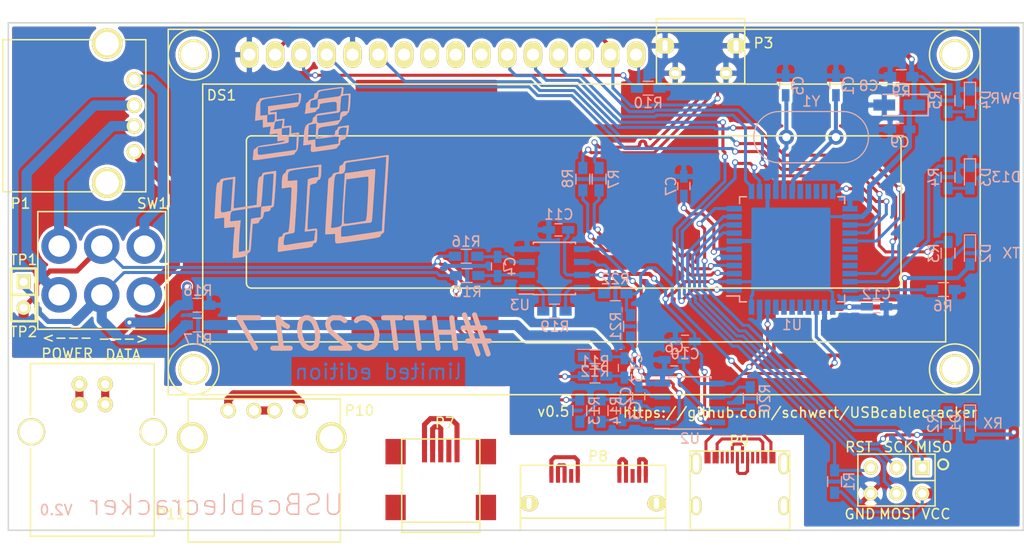
<source format=kicad_pcb>
(kicad_pcb (version 4) (host pcbnew 4.0.7+dfsg1-1)
  (layers (0 F.Cu signal) (31 B.Cu signal) (34 B.Paste user) (35 F.Paste user) (36 B.SilkS user) (37 F.SilkS user) (38 B.Mask user) (39 F.Mask user) (44 Edge.Cuts user))
  (net 0 "")
  (net 1 GND)
  (net 2 /TP1)
  (net 3 /TP2)
  (net 4 "Net-(D2-Pad1)")
  (net 5 "Net-(DS1-Pad7)")
  (net 6 "Net-(DS1-Pad8)")
  (net 7 "Net-(DS1-Pad9)")
  (net 8 "Net-(DS1-Pad10)")
  (net 9 /TEST2)
  (net 10 /TEST1)
  (net 11 "Net-(P1-Pad5)")
  (net 12 /TEST5)
  (net 13 /TEST6)
  (net 14 "Net-(P8-Pad4)")
  (net 15 "Net-(P8-Pad6)")
  (net 16 "Net-(P9-PadB8)")
  (net 17 "Net-(P9-PadA5)")
  (net 18 "Net-(P9-PadA8)")
  (net 19 "Net-(P9-PadB5)")
  (net 20 "Net-(P10-Pad5)")
  (net 21 "Net-(P11-Pad5)")
  (net 22 "Net-(D1-Pad1)")
  (net 23 "Net-(C3-Pad1)")
  (net 24 /AREF)
  (net 25 /MISO)
  (net 26 /SCK)
  (net 27 /MOSI)
  (net 28 /RESET)
  (net 29 "Net-(D3-Pad2)")
  (net 30 "Net-(D4-Pad2)")
  (net 31 "Net-(DS1-Pad16)")
  (net 32 /D4)
  (net 33 /D5)
  (net 34 /D6)
  (net 35 /D7)
  (net 36 /IO11)
  (net 37 /IO12)
  (net 38 /IO13)
  (net 39 /RX_LED)
  (net 40 /TX_LED)
  (net 41 /HWB)
  (net 42 /D+)
  (net 43 /D-)
  (net 44 "Net-(R19-Pad1)")
  (net 45 "Net-(R19-Pad2)")
  (net 46 /A0)
  (net 47 "Net-(C4-Pad1)")
  (net 48 "Net-(C4-Pad2)")
  (net 49 "Net-(C7-Pad2)")
  (net 50 "Net-(P1-Pad4)")
  (net 51 "Net-(P1-Pad3)")
  (net 52 "Net-(P1-Pad2)")
  (net 53 "Net-(P1-Pad1)")
  (net 54 "Net-(P7-Pad1)")
  (net 55 "Net-(P7-Pad2)")
  (net 56 "Net-(P7-Pad4)")
  (net 57 "Net-(P7-Pad6)")
  (net 58 "Net-(P8-Pad2)")
  (net 59 "Net-(P8-Pad1)")
  (net 60 "Net-(P10-Pad1)")
  (net 61 "Net-(P10-Pad2)")
  (net 62 "Net-(P11-Pad2)")
  (net 63 "Net-(P11-Pad1)")
  (net 64 "Net-(P1-Pad6)")
  (net 65 "Net-(P7-Pad9)")
  (net 66 "Net-(P7-Pad8)")
  (net 67 "Net-(P7-Pad7)")
  (net 68 "Net-(P8-Pad10)")
  (net 69 "Net-(P8-Pad8)")
  (net 70 "Net-(P8-Pad12)")
  (net 71 "Net-(P8-Pad11)")
  (net 72 "Net-(P10-Pad6)")
  (net 73 "Net-(P11-Pad6)")
  (net 74 "Net-(P9-Pad1)")
  (net 75 "Net-(P9-Pad2)")
  (net 76 "Net-(P9-Pad3)")
  (net 77 "Net-(P9-Pad4)")
  (net 78 /REFO)
  (net 79 /DIN-)
  (net 80 /DIN+)
  (net 81 /X+)
  (net 82 /X-)
  (net 83 "Net-(P3-Pad4)")
  (net 84 "Net-(R20-Pad2)")
  (net 85 "Net-(R22-Pad2)")
  (net 86 "Net-(C2-Pad2)")
  (net 87 "Net-(C13-Pad1)")
  (net 88 +5V)
  (net 89 /A5)
  (net 90 /A4)
  (net 91 /A3)
  (net 92 /A2)
  (net 93 /A1)
  (net 94 /IO10)
  (net 95 /IO9)
  (net 96 /D3)
  (net 97 /D2)
  (net 98 /D1)
  (net 99 /D0)
  (net 100 /IO8)
  (module LEDs:LED_0603_HandSoldering (layer B.Cu) (at 144.742 65.202 270)
    (fp_text reference D3 (at 0 -1.524 270) (layer B.SilkS) (effects (justify mirror)))
    (fp_text value L)
    (pad 1 smd rect (at -1.1 0 270) (size 1.2 0.9) (layers B.Cu B.Paste B.Mask) (net 1 GND))
    (pad 2 smd rect (at 1.1 0 270) (size 1.2 0.9) (layers B.Cu B.Paste B.Mask) (net 29 "Net-(D3-Pad2)"))
  )
  (module Display:WC1602A (layer F.Cu) (at 73.749 53.137)
    (fp_text reference DS1 (at -2.75 4) (layer F.SilkS))
    (fp_text value LCD16X2)
    (pad 1 thru_hole oval (at 0 0) (size 1.8 2.6) (drill 1.2) (layers *.Cu *.Mask F.SilkS) (net 1 GND))
    (pad 2 thru_hole oval (at 2.54 0) (size 1.8 2.6) (drill 1.2) (layers *.Cu *.Mask F.SilkS) (net 88 +5V))
    (pad 3 thru_hole oval (at 5.08 0) (size 1.8 2.6) (drill 1.2) (layers *.Cu *.Mask F.SilkS) (net 31 "Net-(DS1-Pad16)"))
    (pad 4 thru_hole oval (at 7.62 0) (size 1.8 2.6) (drill 1.2) (layers *.Cu *.Mask F.SilkS) (net 32 /D4))
    (pad 5 thru_hole oval (at 10.16 0) (size 1.8 2.6) (drill 1.2) (layers *.Cu *.Mask F.SilkS) (net 1 GND))
    (pad 6 thru_hole oval (at 12.7 0) (size 1.8 2.6) (drill 1.2) (layers *.Cu *.Mask F.SilkS) (net 33 /D5))
    (pad 7 thru_hole oval (at 15.24 0) (size 1.8 2.6) (drill 1.2) (layers *.Cu *.Mask F.SilkS) (net 5 "Net-(DS1-Pad7)"))
    (pad 8 thru_hole oval (at 17.78 0) (size 1.8 2.6) (drill 1.2) (layers *.Cu *.Mask F.SilkS) (net 6 "Net-(DS1-Pad8)"))
    (pad 9 thru_hole oval (at 20.32 0) (size 1.8 2.6) (drill 1.2) (layers *.Cu *.Mask F.SilkS) (net 7 "Net-(DS1-Pad9)"))
    (pad 10 thru_hole oval (at 22.86 0) (size 1.8 2.6) (drill 1.2) (layers *.Cu *.Mask F.SilkS) (net 8 "Net-(DS1-Pad10)"))
    (pad 11 thru_hole oval (at 25.4 0) (size 1.8 2.6) (drill 1.2) (layers *.Cu *.Mask F.SilkS) (net 34 /D6))
    (pad 12 thru_hole oval (at 27.94 0) (size 1.8 2.6) (drill 1.2) (layers *.Cu *.Mask F.SilkS) (net 35 /D7))
    (pad 13 thru_hole oval (at 30.48 0) (size 1.8 2.6) (drill 1.2) (layers *.Cu *.Mask F.SilkS) (net 36 /IO11))
    (pad 14 thru_hole oval (at 33.02 0) (size 1.8 2.6) (drill 1.2) (layers *.Cu *.Mask F.SilkS) (net 37 /IO12))
    (pad 15 thru_hole oval (at 35.56 0) (size 1.8 2.6) (drill 1.2) (layers *.Cu *.Mask F.SilkS) (net 88 +5V))
    (pad 16 thru_hole oval (at 38.1 0) (size 1.8 2.6) (drill 1.2) (layers *.Cu *.Mask F.SilkS) (net 31 "Net-(DS1-Pad16)"))
    (pad 0 thru_hole circle (at -5.4991 0) (size 3 3) (drill 2.5) (layers *.Cu *.Mask F.SilkS))
    (pad 0 thru_hole circle (at -5.4991 31.0007) (size 3 3) (drill 2.5) (layers *.Cu *.Mask F.SilkS))
    (pad 0 thru_hole circle (at 69.49948 31.0007) (size 3 3) (drill 2.5) (layers *.Cu *.Mask F.SilkS))
    (pad 0 thru_hole circle (at 69.49948 0) (size 3 3) (drill 2.5) (layers *.Cu *.Mask F.SilkS))
  )
  (module USBcablecracker:DPDT (layer F.Cu) (at 63.4 76.8 90)
    (fp_text reference SW1 (at 9 0.8 180) (layer F.SilkS))
    (fp_text value Switch_SPDT_x2)
    (pad 1 thru_hole circle (at 0 0 90) (size 3.5 3.5) (drill 2.1) (layers *.Cu *.Mask) (net 50 "Net-(P1-Pad4)"))
    (pad 4 thru_hole circle (at 4.8 0 90) (size 3.5 3.5) (drill 2.1) (layers *.Cu *.Mask) (net 53 "Net-(P1-Pad1)"))
    (pad 2 thru_hole circle (at 0 -4.2 90) (size 3.5 3.5) (drill 2.1) (layers *.Cu *.Mask) (net 2 /TP1))
    (pad 5 thru_hole circle (at 4.8 -4.2 90) (size 3.5 3.5) (drill 2.1) (layers *.Cu *.Mask) (net 3 /TP2))
    (pad 3 thru_hole circle (at 0 -8.4 90) (size 3.5 3.5) (drill 2.1) (layers *.Cu *.Mask) (net 52 "Net-(P1-Pad2)"))
    (pad 6 thru_hole circle (at 4.8 -8.4 90) (size 3.5 3.5) (drill 2.1) (layers *.Cu *.Mask) (net 51 "Net-(P1-Pad3)"))
  )
  (module USBtypeC:USBtypeC (layer F.Cu) (at 122.4 96.2)
    (fp_text reference P9 (at -0.4 -5) (layer F.SilkS))
    (fp_text value USB_TYPEC-S)
    (pad 1 thru_hole oval (at -4.64 1.39) (size 1 1.8) (drill oval 0.6 1.4) (layers *.Cu *.Mask F.SilkS) (net 74 "Net-(P9-Pad1)"))
    (pad 2 thru_hole oval (at 4 1.39) (size 1 1.8) (drill oval 0.6 1.4) (layers *.Cu *.Mask F.SilkS) (net 75 "Net-(P9-Pad2)"))
    (pad 3 thru_hole oval (at -4.64 -2.79) (size 1 2.1) (drill oval 0.6 1.7) (layers *.Cu *.Mask F.SilkS) (net 76 "Net-(P9-Pad3)"))
    (pad 4 thru_hole oval (at 4 -2.79) (size 1 2.1) (drill oval 0.6 1.7) (layers *.Cu *.Mask F.SilkS) (net 77 "Net-(P9-Pad4)"))
    (pad "" np_thru_hole circle (at -3.21 -2.29) (size 0.65 0.65) (drill 0.65) (layers *.Cu *.Mask F.SilkS))
    (pad "" np_thru_hole circle (at 2.57 -2.29) (size 0.65 0.65) (drill 0.65) (layers *.Cu *.Mask F.SilkS))
    (pad B8 smd rect (at -2.07 -3.36) (size 0.3 1.14) (layers F.Cu F.Paste F.Mask) (net 16 "Net-(P9-PadB8)"))
    (pad A5 smd rect (at -1.57 -3.36) (size 0.3 1.14) (layers F.Cu F.Paste F.Mask) (net 17 "Net-(P9-PadA5)"))
    (pad B7 smd rect (at -1.07 -3.36) (size 0.3 1.14) (layers F.Cu F.Paste F.Mask) (net 13 /TEST6))
    (pad A6 smd rect (at -0.57 -3.36) (size 0.3 1.14) (layers F.Cu F.Paste F.Mask) (net 9 /TEST2))
    (pad A7 smd rect (at -0.07 -3.36) (size 0.3 1.14) (layers F.Cu F.Paste F.Mask) (net 13 /TEST6))
    (pad B6 smd rect (at 0.43 -3.36) (size 0.3 1.14) (layers F.Cu F.Paste F.Mask) (net 9 /TEST2))
    (pad A8 smd rect (at 0.93 -3.36) (size 0.3 1.14) (layers F.Cu F.Paste F.Mask) (net 18 "Net-(P9-PadA8)"))
    (pad B5 smd rect (at 1.43 -3.36) (size 0.3 1.14) (layers F.Cu F.Paste F.Mask) (net 19 "Net-(P9-PadB5)"))
    (pad A1 smd rect (at -3.67 -3.36) (size 0.3 1.14) (layers F.Cu F.Paste F.Mask) (net 10 /TEST1))
    (pad B12 smd rect (at -3.37 -3.36) (size 0.3 1.14) (layers F.Cu F.Paste F.Mask) (net 10 /TEST1))
    (pad A4 smd rect (at -2.87 -3.36) (size 0.3 1.14) (layers F.Cu F.Paste F.Mask) (net 12 /TEST5))
    (pad B9 smd rect (at -2.57 -3.36) (size 0.3 1.14) (layers F.Cu F.Paste F.Mask) (net 12 /TEST5))
    (pad B4 smd rect (at 1.93 -3.36) (size 0.3 1.14) (layers F.Cu F.Paste F.Mask) (net 12 /TEST5))
    (pad A9 smd rect (at 2.23 -3.36) (size 0.3 1.14) (layers F.Cu F.Paste F.Mask) (net 12 /TEST5))
    (pad B1 smd rect (at 2.73 -3.36) (size 0.3 1.14) (layers F.Cu F.Paste F.Mask) (net 10 /TEST1))
    (pad A12 smd rect (at 3.03 -3.36) (size 0.3 1.14) (layers F.Cu F.Paste F.Mask) (net 10 /TEST1))
  )
  (module Connectors:CONN_2.54mm_2x3 (layer F.Cu) (at 137.5 95.1 90)
    (fp_text reference CONN1 hide)
    (fp_text value ICSP hide)
    (pad 1 thru_hole rect (at 1.27 2.54 90) (size 1.397 1.397) (drill 0.8128) (layers *.Cu *.Mask F.SilkS) (net 25 /MISO))
    (pad 2 thru_hole circle (at -1.27 2.54 90) (size 1.397 1.397) (drill 0.8128) (layers *.Cu *.Mask F.SilkS) (net 88 +5V))
    (pad 3 thru_hole circle (at 1.27 0 90) (size 1.397 1.397) (drill 0.8128) (layers *.Cu *.Mask F.SilkS) (net 26 /SCK))
    (pad 4 thru_hole circle (at -1.27 0 90) (size 1.397 1.397) (drill 0.8128) (layers *.Cu *.Mask F.SilkS) (net 27 /MOSI))
    (pad 5 thru_hole circle (at 1.27 -2.54 90) (size 1.397 1.397) (drill 0.8128) (layers *.Cu *.Mask F.SilkS) (net 28 /RESET))
    (pad 6 thru_hole circle (at -1.27 -2.54 90) (size 1.397 1.397) (drill 0.8128) (layers *.Cu *.Mask F.SilkS) (net 1 GND))
  )
  (module Housings_SOIC:SOIC-8_3.9x4.9mm_Pitch1.27mm (layer B.Cu) (at 117.15 87.45)
    (fp_text reference U2 (at 0 3.5) (layer B.SilkS) (effects (justify mirror)))
    (fp_text value LMV358)
    (pad 1 smd rect (at -2.7 1.905) (size 1.55 0.6) (layers B.Cu B.Paste B.Mask) (net 23 "Net-(C3-Pad1)"))
    (pad 2 smd rect (at -2.7 0.635) (size 1.55 0.6) (layers B.Cu B.Paste B.Mask) (net 86 "Net-(C2-Pad2)"))
    (pad 3 smd rect (at -2.7 -0.635) (size 1.55 0.6) (layers B.Cu B.Paste B.Mask) (net 87 "Net-(C13-Pad1)"))
    (pad 4 smd rect (at -2.7 -1.905) (size 1.55 0.6) (layers B.Cu B.Paste B.Mask) (net 1 GND))
    (pad 5 smd rect (at 2.7 -1.905) (size 1.55 0.6) (layers B.Cu B.Paste B.Mask) (net 24 /AREF))
    (pad 6 smd rect (at 2.7 -0.635) (size 1.55 0.6) (layers B.Cu B.Paste B.Mask) (net 84 "Net-(R20-Pad2)"))
    (pad 7 smd rect (at 2.7 0.635) (size 1.55 0.6) (layers B.Cu B.Paste B.Mask) (net 78 /REFO))
    (pad 8 smd rect (at 2.7 1.905) (size 1.55 0.6) (layers B.Cu B.Paste B.Mask) (net 88 +5V))
  )
  (module Capacitors_Tantalum_SMD:Tantalum_Case-A_EIA-3216-18_Wave (layer B.Cu) (at 137.772 58.1 180)
    (fp_text reference C8 (at 3 1.9 180) (layer B.SilkS) (effects (justify mirror)))
    (fp_text value 22uF)
    (pad 1 smd rect (at -1.475 0 180) (size 2.15 1.1) (layers B.Cu B.Paste B.Mask) (net 88 +5V))
    (pad 2 smd rect (at 1.475 0 180) (size 2.15 1.1) (layers B.Cu B.Paste B.Mask) (net 1 GND))
  )
  (module Connectors:CONN_2.54mm_1x2 (layer F.Cu) (at 51.5 76.8 90)
    (fp_text reference P2 hide)
    (fp_text value CONN_01X02 hide)
    (pad 1 thru_hole rect (at 1.27 0 90) (size 1.397 1.397) (drill 0.8128) (layers *.Cu *.Mask F.SilkS) (net 2 /TP1))
    (pad 2 thru_hole circle (at -1.27 0 90) (size 1.397 1.397) (drill 0.8128) (layers *.Cu *.Mask F.SilkS) (net 3 /TP2))
  )
  (module USBcablecracker:USB_Mini-B (layer F.Cu) (at 92.6 95.6 90)
    (fp_text reference P7 (at 6.2 0.4 360) (layer F.SilkS))
    (fp_text value USB_B-Mini)
    (pad 1 smd rect (at 3.44932 -1.6002 90) (size 2.30124 0.50038) (layers F.Cu F.Paste F.Mask) (net 54 "Net-(P7-Pad1)"))
    (pad 2 smd rect (at 3.44932 -0.8001 90) (size 2.30124 0.50038) (layers F.Cu F.Paste F.Mask) (net 55 "Net-(P7-Pad2)"))
    (pad 3 smd rect (at 3.44932 0 90) (size 2.30124 0.50038) (layers F.Cu F.Paste F.Mask) (net 55 "Net-(P7-Pad2)"))
    (pad 4 smd rect (at 3.44932 0.8001 90) (size 2.30124 0.50038) (layers F.Cu F.Paste F.Mask) (net 56 "Net-(P7-Pad4)"))
    (pad 5 smd rect (at 3.44932 1.6002 90) (size 2.30124 0.50038) (layers F.Cu F.Paste F.Mask) (net 54 "Net-(P7-Pad1)"))
    (pad 9 smd rect (at 3.35026 -4.45008 90) (size 2.49936 1.99898) (layers F.Cu F.Paste F.Mask) (net 65 "Net-(P7-Pad9)"))
    (pad 8 smd rect (at -2.14884 -4.45008 90) (size 2.49936 1.99898) (layers F.Cu F.Paste F.Mask) (net 66 "Net-(P7-Pad8)"))
    (pad 6 smd rect (at 3.35026 4.45008 90) (size 2.49936 1.99898) (layers F.Cu F.Paste F.Mask) (net 57 "Net-(P7-Pad6)"))
    (pad 7 smd rect (at -2.14884 4.45008 90) (size 2.49936 1.99898) (layers F.Cu F.Paste F.Mask) (net 67 "Net-(P7-Pad7)"))
    (pad "" np_thru_hole circle (at 0.8509 -2.19964 90) (size 0.89916 0.89916) (drill 0.89916) (layers *.Cu *.Mask F.SilkS))
    (pad "" np_thru_hole circle (at 0.8509 2.19964 90) (size 0.89916 0.89916) (drill 0.89916) (layers *.Cu *.Mask F.SilkS))
  )
  (module USBcablecracker:USB_Micro-30 (layer F.Cu) (at 104.8 96.2)
    (fp_text reference P8 (at 3.3 -3.5) (layer F.SilkS))
    (fp_text value USB_B-Micro-3.0)
    (pad 10 smd rect (at 8 -1.56254 90) (size 1.35 0.4) (layers F.Cu F.Paste F.Mask) (net 68 "Net-(P8-Pad10)"))
    (pad 9 smd rect (at 7.35 -1.56254 90) (size 1.35 0.4) (layers F.Cu F.Paste F.Mask) (net 68 "Net-(P8-Pad10)"))
    (pad 3 smd rect (at -0.0009 -1.56254 90) (size 1.35 0.4) (layers F.Cu F.Paste F.Mask) (net 58 "Net-(P8-Pad2)"))
    (pad 7 smd rect (at 6.05 -1.56254 90) (size 1.35 0.4) (layers F.Cu F.Paste F.Mask) (net 15 "Net-(P8-Pad6)"))
    (pad 6 smd rect (at 5.4 -1.56254 90) (size 1.35 0.4) (layers F.Cu F.Paste F.Mask) (net 15 "Net-(P8-Pad6)"))
    (pad 1 smd rect (at -1.3009 -1.56254 90) (size 1.35 0.4) (layers F.Cu F.Paste F.Mask) (net 59 "Net-(P8-Pad1)"))
    (pad 2 smd rect (at -0.6509 -1.56254 90) (size 1.35 0.4) (layers F.Cu F.Paste F.Mask) (net 58 "Net-(P8-Pad2)"))
    (pad 8 smd rect (at 6.7 -1.56254 90) (size 1.35 0.4) (layers F.Cu F.Paste F.Mask) (net 69 "Net-(P8-Pad8)"))
    (pad 4 smd rect (at 0.6491 -1.56254 90) (size 1.35 0.4) (layers F.Cu F.Paste F.Mask) (net 14 "Net-(P8-Pad4)"))
    (pad 5 smd rect (at 1.2991 -1.56254 90) (size 1.35 0.4) (layers F.Cu F.Paste F.Mask) (net 59 "Net-(P8-Pad1)"))
    (pad 12 thru_hole oval (at -3.5009 1.13746 90) (size 1.55 1.8) (drill oval 1.15 0.5) (layers *.Cu *.Mask F.SilkS) (net 70 "Net-(P8-Pad12)"))
    (pad 11 thru_hole oval (at 9.05 1.13746 90) (size 1.55 1.8) (drill oval 1.15 0.5) (layers *.Cu *.Mask F.SilkS) (net 71 "Net-(P8-Pad11)"))
  )
  (module USBcablecracker:USB_A (layer F.Cu) (at 71.65914 88.20212)
    (fp_text reference P10 (at 12.94086 -0.00212) (layer F.SilkS))
    (fp_text value USB_A)
    (pad 4 thru_hole circle (at 7.11286 -0.00212 270) (size 1.50114 1.50114) (drill 1.00076) (layers *.Cu *.Mask F.SilkS) (net 60 "Net-(P10-Pad1)"))
    (pad 3 thru_hole circle (at 4.57286 -0.00212 270) (size 1.50114 1.50114) (drill 1.00076) (layers *.Cu *.Mask F.SilkS) (net 61 "Net-(P10-Pad2)"))
    (pad 2 thru_hole circle (at 2.54086 -0.00212 270) (size 1.50114 1.50114) (drill 1.00076) (layers *.Cu *.Mask F.SilkS) (net 61 "Net-(P10-Pad2)"))
    (pad 1 thru_hole circle (at 0.00086 -0.00212 270) (size 1.50114 1.50114) (drill 1.00076) (layers *.Cu *.Mask F.SilkS) (net 60 "Net-(P10-Pad1)"))
    (pad 5 thru_hole circle (at 10.16086 2.66488 270) (size 2.99974 2.99974) (drill 2.30124) (layers *.Cu *.Mask F.SilkS) (net 20 "Net-(P10-Pad5)"))
    (pad 6 thru_hole circle (at -3.55514 2.66488 270) (size 2.99974 2.99974) (drill 2.30124) (layers *.Cu *.Mask F.SilkS) (net 72 "Net-(P10-Pad6)"))
  )
  (module USBcablecracker:USB_A (layer F.Cu) (at 62.4 55.6 270)
    (fp_text reference P1 (at 12.2 11.2 360) (layer F.SilkS))
    (fp_text value USB_A)
    (pad 4 thru_hole circle (at 7.11286 -0.00212 180) (size 1.50114 1.50114) (drill 1.00076) (layers *.Cu *.Mask F.SilkS) (net 50 "Net-(P1-Pad4)"))
    (pad 3 thru_hole circle (at 4.57286 -0.00212 180) (size 1.50114 1.50114) (drill 1.00076) (layers *.Cu *.Mask F.SilkS) (net 51 "Net-(P1-Pad3)"))
    (pad 2 thru_hole circle (at 2.54086 -0.00212 180) (size 1.50114 1.50114) (drill 1.00076) (layers *.Cu *.Mask F.SilkS) (net 52 "Net-(P1-Pad2)"))
    (pad 1 thru_hole circle (at 0.00086 -0.00212 180) (size 1.50114 1.50114) (drill 1.00076) (layers *.Cu *.Mask F.SilkS) (net 53 "Net-(P1-Pad1)"))
    (pad 5 thru_hole circle (at 10.16086 2.66488 180) (size 2.99974 2.99974) (drill 2.30124) (layers *.Cu *.Mask F.SilkS) (net 11 "Net-(P1-Pad5)"))
    (pad 6 thru_hole circle (at -3.55514 2.66488 180) (size 2.99974 2.99974) (drill 2.30124) (layers *.Cu *.Mask F.SilkS) (net 64 "Net-(P1-Pad6)"))
  )
  (module USBcablecracker:USB_B (layer F.Cu) (at 59.54 85.6 270)
    (fp_text reference P11 (at 12.8 -6.46 360) (layer F.SilkS))
    (fp_text value USB_B)
    (pad 2 thru_hole circle (at 0 2.54 180) (size 1.524 1.524) (drill 0.8128) (layers *.Cu *.Mask F.SilkS) (net 62 "Net-(P11-Pad2)"))
    (pad 1 thru_hole circle (at 0 0 180) (size 1.524 1.524) (drill 0.8128) (layers *.Cu *.Mask F.SilkS) (net 63 "Net-(P11-Pad1)"))
    (pad 4 thru_hole circle (at 1.99898 0 180) (size 1.524 1.524) (drill 0.8128) (layers *.Cu *.Mask F.SilkS) (net 63 "Net-(P11-Pad1)"))
    (pad 3 thru_hole circle (at 1.99898 2.54 180) (size 1.524 1.524) (drill 0.8128) (layers *.Cu *.Mask F.SilkS) (net 62 "Net-(P11-Pad2)"))
    (pad 6 thru_hole circle (at 4.699 7.26948 270) (size 2.70002 2.70002) (drill 2.30124) (layers *.Cu *.Mask F.SilkS) (net 73 "Net-(P11-Pad6)"))
    (pad 5 thru_hole circle (at 4.699 -4.72948 180) (size 2.70002 2.70002) (drill 2.30124) (layers *.Cu *.Mask F.SilkS) (net 21 "Net-(P11-Pad5)"))
  )
  (module Housings_SOIC:SOIC-8_3.9x4.9mm_Pitch1.27mm (layer B.Cu) (at 103.8 74.2)
    (fp_text reference U3 (at -3.4 3.6) (layer B.SilkS) (effects (justify mirror)))
    (fp_text value AD623)
    (pad 1 smd rect (at -2.7 1.905) (size 1.55 0.6) (layers B.Cu B.Paste B.Mask) (net 45 "Net-(R19-Pad2)"))
    (pad 2 smd rect (at -2.7 0.635) (size 1.55 0.6) (layers B.Cu B.Paste B.Mask) (net 47 "Net-(C4-Pad1)"))
    (pad 3 smd rect (at -2.7 -0.635) (size 1.55 0.6) (layers B.Cu B.Paste B.Mask) (net 48 "Net-(C4-Pad2)"))
    (pad 4 smd rect (at -2.7 -1.905) (size 1.55 0.6) (layers B.Cu B.Paste B.Mask) (net 1 GND))
    (pad 5 smd rect (at 2.7 -1.905) (size 1.55 0.6) (layers B.Cu B.Paste B.Mask) (net 78 /REFO))
    (pad 6 smd rect (at 2.7 -0.635) (size 1.55 0.6) (layers B.Cu B.Paste B.Mask) (net 85 "Net-(R22-Pad2)"))
    (pad 7 smd rect (at 2.7 0.635) (size 1.55 0.6) (layers B.Cu B.Paste B.Mask) (net 88 +5V))
    (pad 8 smd rect (at 2.7 1.905) (size 1.55 0.6) (layers B.Cu B.Paste B.Mask) (net 44 "Net-(R19-Pad1)"))
  )
  (module USBcablecracker:USB_Micro-B (layer F.Cu) (at 118.2 53.4 180)
    (fp_text reference P3 (at -6.2 1.4 180) (layer F.SilkS))
    (fp_text value USB_B-Micro)
    (pad 1 smd rect (at -1.3009 -1.56254 270) (size 1.35 0.4) (layers F.Cu F.Paste F.Mask) (net 88 +5V))
    (pad 2 smd rect (at -0.6509 -1.56254 270) (size 1.35 0.4) (layers F.Cu F.Paste F.Mask) (net 79 /DIN-))
    (pad 3 smd rect (at -0.0009 -1.56254 270) (size 1.35 0.4) (layers F.Cu F.Paste F.Mask) (net 80 /DIN+))
    (pad 4 smd rect (at 0.6491 -1.56254 270) (size 1.35 0.4) (layers F.Cu F.Paste F.Mask) (net 83 "Net-(P3-Pad4)"))
    (pad 5 smd rect (at 1.2991 -1.56254 270) (size 1.35 0.4) (layers F.Cu F.Paste F.Mask) (net 1 GND))
    (pad 9 thru_hole oval (at -2.5009 -1.56254 270) (size 1.25 1.25) (drill oval 0.55 0.85) (layers *.Cu *.Mask F.SilkS) (net 1 GND))
    (pad 6 thru_hole oval (at 2.4991 -1.56254 270) (size 1.25 1.25) (drill oval 0.55 0.85) (layers *.Cu *.Mask F.SilkS) (net 1 GND))
    (pad 8 thru_hole oval (at -3.5009 1.13746 270) (size 1.55 1.8) (drill oval 1.15 0.5) (layers *.Cu *.Mask F.SilkS) (net 1 GND))
    (pad 7 thru_hole oval (at 3.4991 1.13746 270) (size 1.55 1.8) (drill oval 1.15 0.5) (layers *.Cu *.Mask F.SilkS) (net 1 GND))
  )
  (module USBcablecracker:szdiy_logo (layer B.Cu) (at 78.8 64.8 180)
    (fp_text reference G*** hide)
    (fp_text value LOGO hide)
  )
  (module LEDs:LED_0603_HandSoldering (layer B.Cu) (at 144.742 89.459 270)
    (fp_text reference D1 (at 0 1.45 270) (layer B.SilkS) (effects (justify mirror)))
    (fp_text value RX)
    (pad 1 smd rect (at -1.1 0 270) (size 1.2 0.9) (layers B.Cu B.Paste B.Mask) (net 22 "Net-(D1-Pad1)"))
    (pad 2 smd rect (at 1.1 0 270) (size 1.2 0.9) (layers B.Cu B.Paste B.Mask) (net 88 +5V))
  )
  (module LEDs:LED_0603_HandSoldering (layer B.Cu) (at 144.742 72.695 270)
    (fp_text reference D2 (at 0 -1.524 270) (layer B.SilkS) (effects (justify mirror)))
    (fp_text value TX)
    (pad 1 smd rect (at -1.1 0 270) (size 1.2 0.9) (layers B.Cu B.Paste B.Mask) (net 4 "Net-(D2-Pad1)"))
    (pad 2 smd rect (at 1.1 0 270) (size 1.2 0.9) (layers B.Cu B.Paste B.Mask) (net 88 +5V))
  )
  (module LEDs:LED_0603_HandSoldering (layer B.Cu) (at 144.742 57.666 270)
    (fp_text reference D4 (at -0.084 -1.524 270) (layer B.SilkS) (effects (justify mirror)))
    (fp_text value ON)
    (pad 1 smd rect (at -1.1 0 270) (size 1.2 0.9) (layers B.Cu B.Paste B.Mask) (net 1 GND))
    (pad 2 smd rect (at 1.1 0 270) (size 1.2 0.9) (layers B.Cu B.Paste B.Mask) (net 30 "Net-(D4-Pad2)"))
  )
  (module Crystals:Crystal_HC49-U_Vertical (layer B.Cu) (at 131.534 61.265 180)
    (fp_text reference Y1 (at 2.44 3.525 180) (layer B.SilkS) (effects (justify mirror)))
    (fp_text value 16MHz)
    (pad 1 thru_hole circle (at 0 0 180) (size 1.5 1.5) (drill 0.8) (layers *.Cu *.Mask) (net 81 /X+))
    (pad 2 thru_hole circle (at 4.88 0 180) (size 1.5 1.5) (drill 0.8) (layers *.Cu *.Mask) (net 82 /X-))
  )
  (module Resistors_SMD:R_0603_HandSoldering (layer B.Cu) (at 109.8 76.7 180)
    (fp_text reference R22 (at 0 1.45 180) (layer B.SilkS) (effects (justify mirror)))
    (fp_text value 10K)
    (pad 1 smd rect (at -1.1 0 180) (size 1.2 0.9) (layers B.Cu B.Paste B.Mask) (net 46 /A0))
    (pad 2 smd rect (at 1.1 0 180) (size 1.2 0.9) (layers B.Cu B.Paste B.Mask) (net 85 "Net-(R22-Pad2)"))
  )
  (module Resistors_SMD:R_0603_HandSoldering (layer B.Cu) (at 111.3 79.9 270)
    (fp_text reference R21 (at 0 1.45 270) (layer B.SilkS) (effects (justify mirror)))
    (fp_text value 10K)
    (pad 1 smd rect (at -1.1 0 270) (size 1.2 0.9) (layers B.Cu B.Paste B.Mask) (net 46 /A0))
    (pad 2 smd rect (at 1.1 0 270) (size 1.2 0.9) (layers B.Cu B.Paste B.Mask) (net 23 "Net-(C3-Pad1)"))
  )
  (module Resistors_SMD:R_0603_HandSoldering (layer B.Cu) (at 123.1 87 90)
    (fp_text reference R20 (at 0 1.45 90) (layer B.SilkS) (effects (justify mirror)))
    (fp_text value 10K)
    (pad 1 smd rect (at -1.1 0 90) (size 1.2 0.9) (layers B.Cu B.Paste B.Mask) (net 78 /REFO))
    (pad 2 smd rect (at 1.1 0 90) (size 1.2 0.9) (layers B.Cu B.Paste B.Mask) (net 84 "Net-(R20-Pad2)"))
  )
  (module Resistors_SMD:R_0603_HandSoldering (layer B.Cu) (at 103.8 78.4 180)
    (fp_text reference R19 (at -0.048 -1.534 180) (layer B.SilkS) (effects (justify mirror)))
    (fp_text value 11k)
    (pad 1 smd rect (at -1.1 0 180) (size 1.2 0.9) (layers B.Cu B.Paste B.Mask) (net 44 "Net-(R19-Pad1)"))
    (pad 2 smd rect (at 1.1 0 180) (size 1.2 0.9) (layers B.Cu B.Paste B.Mask) (net 45 "Net-(R19-Pad2)"))
  )
  (module Resistors_SMD:R_0603_HandSoldering (layer B.Cu) (at 95.1 73 180)
    (fp_text reference R16 (at 0 1.45 180) (layer B.SilkS) (effects (justify mirror)))
    (fp_text value 10K)
    (pad 1 smd rect (at -1.1 0 180) (size 1.2 0.9) (layers B.Cu B.Paste B.Mask) (net 48 "Net-(C4-Pad2)"))
    (pad 2 smd rect (at 1.1 0 180) (size 1.2 0.9) (layers B.Cu B.Paste B.Mask) (net 3 /TP2))
  )
  (module Resistors_SMD:R_0603_HandSoldering (layer B.Cu) (at 95.2 74.9 180)
    (fp_text reference R15 (at -0.012 -1.605 180) (layer B.SilkS) (effects (justify mirror)))
    (fp_text value 10K)
    (pad 1 smd rect (at -1.1 0 180) (size 1.2 0.9) (layers B.Cu B.Paste B.Mask) (net 47 "Net-(C4-Pad1)"))
    (pad 2 smd rect (at 1.1 0 180) (size 1.2 0.9) (layers B.Cu B.Paste B.Mask) (net 2 /TP1))
  )
  (module Resistors_SMD:R_0603_HandSoldering (layer B.Cu) (at 108.4 88.2 90)
    (fp_text reference R14 (at 0 1.45 90) (layer B.SilkS) (effects (justify mirror)))
    (fp_text value 100K)
    (pad 1 smd rect (at -1.1 0 90) (size 1.2 0.9) (layers B.Cu B.Paste B.Mask) (net 23 "Net-(C3-Pad1)"))
    (pad 2 smd rect (at 1.1 0 90) (size 1.2 0.9) (layers B.Cu B.Paste B.Mask) (net 86 "Net-(C2-Pad2)"))
  )
  (module Resistors_SMD:R_0603_HandSoldering (layer B.Cu) (at 106.3 88.2 90)
    (fp_text reference R13 (at 0 1.45 90) (layer B.SilkS) (effects (justify mirror)))
    (fp_text value 10K)
    (pad 1 smd rect (at -1.1 0 90) (size 1.2 0.9) (layers B.Cu B.Paste B.Mask) (net 86 "Net-(C2-Pad2)"))
    (pad 2 smd rect (at 1.1 0 90) (size 1.2 0.9) (layers B.Cu B.Paste B.Mask) (net 2 /TP1))
  )
  (module Resistors_SMD:R_0603_HandSoldering (layer B.Cu) (at 107.8 82.9)
    (fp_text reference R12 (at 0 1.45) (layer B.SilkS) (effects (justify mirror)))
    (fp_text value 100K)
    (pad 1 smd rect (at -1.1 0) (size 1.2 0.9) (layers B.Cu B.Paste B.Mask) (net 87 "Net-(C13-Pad1)"))
    (pad 2 smd rect (at 1.1 0) (size 1.2 0.9) (layers B.Cu B.Paste B.Mask) (net 78 /REFO))
  )
  (module Resistors_SMD:R_0603_HandSoldering (layer B.Cu) (at 107.8 84.8 180)
    (fp_text reference R11 (at 0 1.45 180) (layer B.SilkS) (effects (justify mirror)))
    (fp_text value 10K)
    (pad 1 smd rect (at -1.1 0 180) (size 1.2 0.9) (layers B.Cu B.Paste B.Mask) (net 87 "Net-(C13-Pad1)"))
    (pad 2 smd rect (at 1.1 0 180) (size 1.2 0.9) (layers B.Cu B.Paste B.Mask) (net 3 /TP2))
  )
  (module Resistors_SMD:R_0603_HandSoldering (layer B.Cu) (at 113.04 56.44)
    (fp_text reference R10 (at 0 1.45) (layer B.SilkS) (effects (justify mirror)))
    (fp_text value 91R)
    (pad 1 smd rect (at -1.1 0) (size 1.2 0.9) (layers B.Cu B.Paste B.Mask) (net 31 "Net-(DS1-Pad16)"))
    (pad 2 smd rect (at 1.1 0) (size 1.2 0.9) (layers B.Cu B.Paste B.Mask) (net 1 GND))
  )
  (module Resistors_SMD:R_0603_HandSoldering (layer B.Cu) (at 137.972 55.3)
    (fp_text reference R9 (at 0 1.45) (layer B.SilkS) (effects (justify mirror)))
    (fp_text value 10K)
    (pad 1 smd rect (at -1.1 0) (size 1.2 0.9) (layers B.Cu B.Paste B.Mask) (net 1 GND))
    (pad 2 smd rect (at 1.1 0) (size 1.2 0.9) (layers B.Cu B.Paste B.Mask) (net 88 +5V))
  )
  (module Resistors_SMD:R_0603_HandSoldering (layer B.Cu) (at 106.6 65.4 90)
    (fp_text reference R8 (at 0.071 -1.482 90) (layer B.SilkS) (effects (justify mirror)))
    (fp_text value 22R)
    (pad 1 smd rect (at -1.1 0 90) (size 1.2 0.9) (layers B.Cu B.Paste B.Mask) (net 43 /D-))
    (pad 2 smd rect (at 1.1 0 90) (size 1.2 0.9) (layers B.Cu B.Paste B.Mask) (net 79 /DIN-))
  )
  (module Resistors_SMD:R_0603_HandSoldering (layer B.Cu) (at 108.2 65.4 90)
    (fp_text reference R7 (at 0 1.45 90) (layer B.SilkS) (effects (justify mirror)))
    (fp_text value 22R)
    (pad 1 smd rect (at -1.1 0 90) (size 1.2 0.9) (layers B.Cu B.Paste B.Mask) (net 42 /D+))
    (pad 2 smd rect (at 1.1 0 90) (size 1.2 0.9) (layers B.Cu B.Paste B.Mask) (net 80 /DIN+))
  )
  (module Resistors_SMD:R_0603_HandSoldering (layer B.Cu) (at 142.13 76.28 180)
    (fp_text reference R6 (at 0.055 -1.622 180) (layer B.SilkS) (effects (justify mirror)))
    (fp_text value 1K)
    (pad 1 smd rect (at -1.1 0 180) (size 1.2 0.9) (layers B.Cu B.Paste B.Mask) (net 1 GND))
    (pad 2 smd rect (at 1.1 0 180) (size 1.2 0.9) (layers B.Cu B.Paste B.Mask) (net 41 /HWB))
  )
  (module Resistors_SMD:R_0603_HandSoldering (layer B.Cu) (at 142.583 57.666 90)
    (fp_text reference R5 (at 0.084 -1.27 90) (layer B.SilkS) (effects (justify mirror)))
    (fp_text value 1K)
    (pad 1 smd rect (at -1.1 0 90) (size 1.2 0.9) (layers B.Cu B.Paste B.Mask) (net 30 "Net-(D4-Pad2)"))
    (pad 2 smd rect (at 1.1 0 90) (size 1.2 0.9) (layers B.Cu B.Paste B.Mask) (net 88 +5V))
  )
  (module Resistors_SMD:R_0603_HandSoldering (layer B.Cu) (at 142.583 65.202 90)
    (fp_text reference R4 (at 0 -1.397 90) (layer B.SilkS) (effects (justify mirror)))
    (fp_text value 1K)
    (pad 1 smd rect (at -1.1 0 90) (size 1.2 0.9) (layers B.Cu B.Paste B.Mask) (net 29 "Net-(D3-Pad2)"))
    (pad 2 smd rect (at 1.1 0 90) (size 1.2 0.9) (layers B.Cu B.Paste B.Mask) (net 38 /IO13))
  )
  (module Resistors_SMD:R_0603_HandSoldering (layer B.Cu) (at 142.583 72.695 90)
    (fp_text reference R3 (at 0 -1.397 90) (layer B.SilkS) (effects (justify mirror)))
    (fp_text value 1K)
    (pad 1 smd rect (at -1.1 0 90) (size 1.2 0.9) (layers B.Cu B.Paste B.Mask) (net 4 "Net-(D2-Pad1)"))
    (pad 2 smd rect (at 1.1 0 90) (size 1.2 0.9) (layers B.Cu B.Paste B.Mask) (net 40 /TX_LED))
  )
  (module Resistors_SMD:R_0603_HandSoldering (layer B.Cu) (at 142.583 89.459 270)
    (fp_text reference R2 (at 0 1.45 270) (layer B.SilkS) (effects (justify mirror)))
    (fp_text value 1K)
    (pad 1 smd rect (at -1.1 0 270) (size 1.2 0.9) (layers B.Cu B.Paste B.Mask) (net 22 "Net-(D1-Pad1)"))
    (pad 2 smd rect (at 1.1 0 270) (size 1.2 0.9) (layers B.Cu B.Paste B.Mask) (net 39 /RX_LED))
  )
  (module Resistors_SMD:R_0603_HandSoldering (layer B.Cu) (at 131.4 95.2 90)
    (fp_text reference R1 (at 0 1.45 90) (layer B.SilkS) (effects (justify mirror)))
    (fp_text value 10K)
    (pad 1 smd rect (at -1.1 0 90) (size 1.2 0.9) (layers B.Cu B.Paste B.Mask) (net 88 +5V))
    (pad 2 smd rect (at 1.1 0 90) (size 1.2 0.9) (layers B.Cu B.Paste B.Mask) (net 28 /RESET))
  )
  (module Resistors_SMD:R_0603_HandSoldering (layer B.Cu) (at 68.7 79.775 180)
    (fp_text reference R17 (at 0.031 -1.429 180) (layer B.SilkS) (effects (justify mirror)))
    (fp_text value 68)
    (pad 1 smd rect (at -1.1 0 180) (size 1.2 0.9) (layers B.Cu B.Paste B.Mask) (net 78 /REFO))
    (pad 2 smd rect (at 1.1 0 180) (size 1.2 0.9) (layers B.Cu B.Paste B.Mask) (net 2 /TP1))
  )
  (module Resistors_SMD:R_0603_HandSoldering (layer B.Cu) (at 68.7 77.825)
    (fp_text reference R18 (at -0.031 -1.447) (layer B.SilkS) (effects (justify mirror)))
    (fp_text value 33)
    (pad 1 smd rect (at -1.1 0) (size 1.2 0.9) (layers B.Cu B.Paste B.Mask) (net 3 /TP2))
    (pad 2 smd rect (at 1.1 0) (size 1.2 0.9) (layers B.Cu B.Paste B.Mask) (net 1 GND))
  )
  (module Capacitors_SMD:C_0603_HandSoldering (layer B.Cu) (at 110.7 84 90)
    (fp_text reference C13 (at 0 1.25 90) (layer B.SilkS) (effects (justify mirror)))
    (fp_text value 1nF)
    (pad 1 smd rect (at -0.95 0 90) (size 1.2 0.75) (layers B.Cu B.Paste B.Mask) (net 87 "Net-(C13-Pad1)"))
    (pad 2 smd rect (at 0.95 0 90) (size 1.2 0.75) (layers B.Cu B.Paste B.Mask) (net 78 /REFO))
  )
  (module Capacitors_SMD:C_0603_HandSoldering (layer B.Cu) (at 135.5345 77.9655 180)
    (fp_text reference C12 (at 0 1.25 180) (layer B.SilkS) (effects (justify mirror)))
    (fp_text value 100nF)
    (pad 1 smd rect (at -0.95 0 180) (size 1.2 0.75) (layers B.Cu B.Paste B.Mask) (net 1 GND))
    (pad 2 smd rect (at 0.95 0 180) (size 1.2 0.75) (layers B.Cu B.Paste B.Mask) (net 88 +5V))
  )
  (module Capacitors_SMD:C_0603_HandSoldering (layer B.Cu) (at 104.2 70.4)
    (fp_text reference C11 (at 0.029 -1.515) (layer B.SilkS) (effects (justify mirror)))
    (fp_text value 100nF)
    (pad 1 smd rect (at -0.95 0) (size 1.2 0.75) (layers B.Cu B.Paste B.Mask) (net 1 GND))
    (pad 2 smd rect (at 0.95 0) (size 1.2 0.75) (layers B.Cu B.Paste B.Mask) (net 88 +5V))
  )
  (module Capacitors_SMD:C_0603_HandSoldering (layer B.Cu) (at 116.67 81.38)
    (fp_text reference C10 (at 0 1.25) (layer B.SilkS) (effects (justify mirror)))
    (fp_text value 100nF)
    (pad 1 smd rect (at -0.95 0) (size 1.2 0.75) (layers B.Cu B.Paste B.Mask) (net 1 GND))
    (pad 2 smd rect (at 0.95 0) (size 1.2 0.75) (layers B.Cu B.Paste B.Mask) (net 88 +5V))
  )
  (module Capacitors_SMD:C_0603_HandSoldering (layer B.Cu) (at 137.822 60.5)
    (fp_text reference C9 (at 0 1.25) (layer B.SilkS) (effects (justify mirror)))
    (fp_text value 100nF)
    (pad 1 smd rect (at -0.95 0) (size 1.2 0.75) (layers B.Cu B.Paste B.Mask) (net 1 GND))
    (pad 2 smd rect (at 0.95 0) (size 1.2 0.75) (layers B.Cu B.Paste B.Mask) (net 88 +5V))
  )
  (module Capacitors_SMD:C_0603_HandSoldering (layer B.Cu) (at 116.548 66.091 270)
    (fp_text reference C7 (at 0 1.25 270) (layer B.SilkS) (effects (justify mirror)))
    (fp_text value 1uF)
    (pad 1 smd rect (at -0.95 0 270) (size 1.2 0.75) (layers B.Cu B.Paste B.Mask) (net 1 GND))
    (pad 2 smd rect (at 0.95 0 270) (size 1.2 0.75) (layers B.Cu B.Paste B.Mask) (net 49 "Net-(C7-Pad2)"))
  )
  (module Capacitors_SMD:C_0603_HandSoldering (layer B.Cu) (at 126.581 56.185 90)
    (fp_text reference C5 (at 0 1.25 90) (layer B.SilkS) (effects (justify mirror)))
    (fp_text value 15P)
    (pad 1 smd rect (at -0.95 0 90) (size 1.2 0.75) (layers B.Cu B.Paste B.Mask) (net 82 /X-))
    (pad 2 smd rect (at 0.95 0 90) (size 1.2 0.75) (layers B.Cu B.Paste B.Mask) (net 1 GND))
  )
  (module Capacitors_SMD:C_0603_HandSoldering (layer B.Cu) (at 98.2 74 90)
    (fp_text reference C4 (at 0 1.25 90) (layer B.SilkS) (effects (justify mirror)))
    (fp_text value 1nF)
    (pad 1 smd rect (at -0.95 0 90) (size 1.2 0.75) (layers B.Cu B.Paste B.Mask) (net 47 "Net-(C4-Pad1)"))
    (pad 2 smd rect (at 0.95 0 90) (size 1.2 0.75) (layers B.Cu B.Paste B.Mask) (net 48 "Net-(C4-Pad2)"))
  )
  (module Capacitors_SMD:C_0603_HandSoldering (layer B.Cu) (at 110.5 88.2 90)
    (fp_text reference C3 (at 0 1.25 90) (layer B.SilkS) (effects (justify mirror)))
    (fp_text value 1nF)
    (pad 1 smd rect (at -0.95 0 90) (size 1.2 0.75) (layers B.Cu B.Paste B.Mask) (net 23 "Net-(C3-Pad1)"))
    (pad 2 smd rect (at 0.95 0 90) (size 1.2 0.75) (layers B.Cu B.Paste B.Mask) (net 86 "Net-(C2-Pad2)"))
  )
  (module Capacitors_SMD:C_0603_HandSoldering (layer B.Cu) (at 112.1 86.8 270)
    (fp_text reference C2 (at 0 1.25 270) (layer B.SilkS) (effects (justify mirror)))
    (fp_text value 1nF)
    (pad 1 smd rect (at -0.95 0 270) (size 1.2 0.75) (layers B.Cu B.Paste B.Mask) (net 87 "Net-(C13-Pad1)"))
    (pad 2 smd rect (at 0.95 0 270) (size 1.2 0.75) (layers B.Cu B.Paste B.Mask) (net 86 "Net-(C2-Pad2)"))
  )
  (module Capacitors_SMD:C_0603_HandSoldering (layer B.Cu) (at 131.534 56.185 90)
    (fp_text reference C1 (at 0 1.25 90) (layer B.SilkS) (effects (justify mirror)))
    (fp_text value 15P)
    (pad 1 smd rect (at -0.95 0 90) (size 1.2 0.75) (layers B.Cu B.Paste B.Mask) (net 81 /X+))
    (pad 2 smd rect (at 0.95 0 90) (size 1.2 0.75) (layers B.Cu B.Paste B.Mask) (net 1 GND))
  )
  (module Capacitors_SMD:C_0603_HandSoldering (layer B.Cu) (at 115.6 83.2 180)
    (fp_text reference C6 (at 0 1.25 180) (layer B.SilkS) (effects (justify mirror)))
    (fp_text value 100nF)
    (pad 1 smd rect (at -0.95 0 180) (size 1.2 0.75) (layers B.Cu B.Paste B.Mask) (net 24 /AREF))
    (pad 2 smd rect (at 0.95 0 180) (size 1.2 0.75) (layers B.Cu B.Paste B.Mask) (net 1 GND))
  )
  (module Housings_QFP:TQFP-44_10x10mm_Pitch0.8mm (layer B.Cu) (at 127.216 72.314)
    (fp_text reference U1 (at 0 7.45) (layer B.SilkS) (effects (justify mirror)))
    (fp_text value ATmega32U4-AU)
    (pad 1 smd rect (at -5.7 4) (size 1.5 0.55) (layers B.Cu B.Paste B.Mask) (net 35 /D7))
    (pad 2 smd rect (at -5.7 3.2) (size 1.5 0.55) (layers B.Cu B.Paste B.Mask) (net 88 +5V))
    (pad 3 smd rect (at -5.7 2.4) (size 1.5 0.55) (layers B.Cu B.Paste B.Mask) (net 43 /D-))
    (pad 4 smd rect (at -5.7 1.6) (size 1.5 0.55) (layers B.Cu B.Paste B.Mask) (net 42 /D+))
    (pad 5 smd rect (at -5.7 0.8) (size 1.5 0.55) (layers B.Cu B.Paste B.Mask) (net 1 GND))
    (pad 6 smd rect (at -5.7 0) (size 1.5 0.55) (layers B.Cu B.Paste B.Mask) (net 49 "Net-(C7-Pad2)"))
    (pad 7 smd rect (at -5.7 -0.8) (size 1.5 0.55) (layers B.Cu B.Paste B.Mask) (net 88 +5V))
    (pad 8 smd rect (at -5.7 -1.6) (size 1.5 0.55) (layers B.Cu B.Paste B.Mask) (net 39 /RX_LED))
    (pad 9 smd rect (at -5.7 -2.4) (size 1.5 0.55) (layers B.Cu B.Paste B.Mask) (net 26 /SCK))
    (pad 10 smd rect (at -5.7 -3.2) (size 1.5 0.55) (layers B.Cu B.Paste B.Mask) (net 27 /MOSI))
    (pad 11 smd rect (at -5.7 -4) (size 1.5 0.55) (layers B.Cu B.Paste B.Mask) (net 25 /MISO))
    (pad 12 smd rect (at -4 -5.7 270) (size 1.5 0.55) (layers B.Cu B.Paste B.Mask) (net 36 /IO11))
    (pad 13 smd rect (at -3.2 -5.7 270) (size 1.5 0.55) (layers B.Cu B.Paste B.Mask) (net 28 /RESET))
    (pad 14 smd rect (at -2.4 -5.7 270) (size 1.5 0.55) (layers B.Cu B.Paste B.Mask) (net 88 +5V))
    (pad 15 smd rect (at -1.6 -5.7 270) (size 1.5 0.55) (layers B.Cu B.Paste B.Mask) (net 1 GND))
    (pad 16 smd rect (at -0.8 -5.7 270) (size 1.5 0.55) (layers B.Cu B.Paste B.Mask) (net 82 /X-))
    (pad 17 smd rect (at 0 -5.7 270) (size 1.5 0.55) (layers B.Cu B.Paste B.Mask) (net 81 /X+))
    (pad 18 smd rect (at 0.8 -5.7 270) (size 1.5 0.55) (layers B.Cu B.Paste B.Mask) (net 96 /D3))
    (pad 19 smd rect (at 1.6 -5.7 270) (size 1.5 0.55) (layers B.Cu B.Paste B.Mask) (net 97 /D2))
    (pad 20 smd rect (at 2.4 -5.7 270) (size 1.5 0.55) (layers B.Cu B.Paste B.Mask) (net 99 /D0))
    (pad 21 smd rect (at 3.2 -5.7 270) (size 1.5 0.55) (layers B.Cu B.Paste B.Mask) (net 98 /D1))
    (pad 22 smd rect (at 4 -5.7 270) (size 1.5 0.55) (layers B.Cu B.Paste B.Mask) (net 40 /TX_LED))
    (pad 23 smd rect (at 5.7 -4) (size 1.5 0.55) (layers B.Cu B.Paste B.Mask) (net 1 GND))
    (pad 24 smd rect (at 5.7 -3.2) (size 1.5 0.55) (layers B.Cu B.Paste B.Mask) (net 88 +5V))
    (pad 25 smd rect (at 5.7 -2.4) (size 1.5 0.55) (layers B.Cu B.Paste B.Mask) (net 32 /D4))
    (pad 26 smd rect (at 5.7 -1.6) (size 1.5 0.55) (layers B.Cu B.Paste B.Mask) (net 37 /IO12))
    (pad 27 smd rect (at 5.7 -0.8) (size 1.5 0.55) (layers B.Cu B.Paste B.Mask) (net 34 /D6))
    (pad 28 smd rect (at 5.7 0) (size 1.5 0.55) (layers B.Cu B.Paste B.Mask) (net 100 /IO8))
    (pad 29 smd rect (at 5.7 0.8) (size 1.5 0.55) (layers B.Cu B.Paste B.Mask) (net 95 /IO9))
    (pad 30 smd rect (at 5.7 1.6) (size 1.5 0.55) (layers B.Cu B.Paste B.Mask) (net 94 /IO10))
    (pad 31 smd rect (at 5.7 2.4) (size 1.5 0.55) (layers B.Cu B.Paste B.Mask) (net 33 /D5))
    (pad 32 smd rect (at 5.7 3.2) (size 1.5 0.55) (layers B.Cu B.Paste B.Mask) (net 38 /IO13))
    (pad 33 smd rect (at 5.7 4) (size 1.5 0.55) (layers B.Cu B.Paste B.Mask) (net 41 /HWB))
    (pad 34 smd rect (at 4 5.7 270) (size 1.5 0.55) (layers B.Cu B.Paste B.Mask) (net 88 +5V))
    (pad 35 smd rect (at 3.2 5.7 270) (size 1.5 0.55) (layers B.Cu B.Paste B.Mask) (net 1 GND))
    (pad 36 smd rect (at 2.4 5.7 270) (size 1.5 0.55) (layers B.Cu B.Paste B.Mask) (net 46 /A0))
    (pad 37 smd rect (at 1.6 5.7 270) (size 1.5 0.55) (layers B.Cu B.Paste B.Mask) (net 93 /A1))
    (pad 38 smd rect (at 0.8 5.7 270) (size 1.5 0.55) (layers B.Cu B.Paste B.Mask) (net 92 /A2))
    (pad 39 smd rect (at 0 5.7 270) (size 1.5 0.55) (layers B.Cu B.Paste B.Mask) (net 91 /A3))
    (pad 40 smd rect (at -0.8 5.7 270) (size 1.5 0.55) (layers B.Cu B.Paste B.Mask) (net 90 /A4))
    (pad 41 smd rect (at -1.6 5.7 270) (size 1.5 0.55) (layers B.Cu B.Paste B.Mask) (net 89 /A5))
    (pad 42 smd rect (at -2.4 5.7 270) (size 1.5 0.55) (layers B.Cu B.Paste B.Mask) (net 24 /AREF))
    (pad 43 smd rect (at -3.2 5.7 270) (size 1.5 0.55) (layers B.Cu B.Paste B.Mask) (net 1 GND))
    (pad 44 smd rect (at -4 5.7 270) (size 1.5 0.55) (layers B.Cu B.Paste B.Mask) (net 88 +5V))
  )
  (gr_text "limited edition" (at 86.449 84.379) (layer B.Cu) (effects (font (size 1.5 1.5) (thickness 0.2)) (justify mirror)))
  (gr_text "#HTTC2017" (at 85.179 80.696) (layer B.SilkS) (effects (font (size 3 3) (thickness 0.5) italic) (justify mirror)))
  (gr_text USBcablecracker (at 70.5 97.5) (layer B.SilkS) (effects (font (size 2 2)) (justify mirror)))
  (gr_text V2.0 (at 54.7 98) (layer B.SilkS) (effects (font (size 1 1)) (justify mirror)))
  (gr_text v0.5 (at 103.7 88.3) (layer F.SilkS) (effects (font (size 1 1))))
  (gr_text D13 (at 148.298 65.202) (layer B.SilkS) (effects (font (size 1 1)) (justify mirror)))
  (gr_text TX (at 148.806 72.695) (layer B.SilkS) (effects (font (size 1 1)) (justify mirror)))
  (gr_text RX (at 147.028 89.459) (layer B.SilkS) (effects (font (size 1 1)) (justify mirror)))
  (gr_text PWR (at 148.298 57.455) (layer B.SilkS) (effects (font (size 1 1)) (justify mirror)))
  (gr_line (start 50 100) (end 50 50) (angle 90) (layer Edge.Cuts) (width 0.15))
  (gr_text https://github.com/schwert/USBcablecracker (at 128 88.4) (layer F.SilkS) (effects (font (size 1 1))))
  (gr_text TP2 (at 51.5 80.45) (layer F.SilkS) (effects (font (size 1 1))))
  (gr_text TP1 (at 51.5 73.35) (layer F.SilkS) (effects (font (size 1 1))))
  (gr_circle (center 142.1 93.5) (end 142.5 93.2) (layer F.SilkS) (width 0.2))
  (gr_text RST (at 133.8 91.8) (layer F.SilkS) (effects (font (size 1 1))))
  (gr_text SCK (at 137.7 91.8) (layer F.SilkS) (effects (font (size 1 1))))
  (gr_text MISO (at 141.2 91.8) (layer F.SilkS) (effects (font (size 1 1))))
  (gr_text "VCC\n" (at 141.4 98.4) (layer F.SilkS) (effects (font (size 1 1))))
  (gr_text MOSI (at 137.6 98.4) (layer F.SilkS) (effects (font (size 1 1))))
  (gr_text GND (at 133.9 98.4) (layer F.SilkS) (effects (font (size 1 1))))
  (gr_text "--->\nDATA" (at 61.3 81.9) (layer F.SilkS) (effects (font (size 1 1))))
  (gr_text "<---\nPOWER" (at 55.8 81.8) (layer F.SilkS) (effects (font (size 1 1))))
  (gr_line (start 150 50) (end 150 100) (angle 90) (layer Edge.Cuts) (width 0.15))
  (gr_line (start 150 50) (end 50 50) (angle 90) (layer Edge.Cuts) (width 0.15))
  (gr_line (start 50 100) (end 150 100) (angle 90) (layer Edge.Cuts) (width 0.15))
  (segment (start 121.5 73.1) (end 120.087642 73.1) (width 0.4) (layer B.Cu) (net 1))
  (segment (start 120.087642 73.1) (end 119.980237 73.207405) (width 0.4) (layer B.Cu) (net 1))
  (via (at 119.980237 73.207405) (size 0.6) (drill 0.4) (layers F.Cu B.Cu) (net 1))
  (segment (start 115.7009 54.96254) (end 116.9009 54.96254) (width 0.3) (layer F.Cu) (net 1))
  (segment (start 104.525736 87.15) (end 104.95 87.15) (width 0.3) (layer F.Cu) (net 2))
  (segment (start 94.09 79.957122) (end 101.282878 87.15) (width 0.3) (layer F.Cu) (net 2))
  (segment (start 101.282878 87.15) (end 104.525736 87.15) (width 0.3) (layer F.Cu) (net 2))
  (segment (start 94.09 76.41) (end 94.09 79.957122) (width 0.3) (layer F.Cu) (net 2))
  (segment (start 104.95 87.15) (end 106.25 87.15) (width 0.3) (layer B.Cu) (net 2))
  (segment (start 106.25 87.15) (end 106.3 87.1) (width 0.3) (layer B.Cu) (net 2))
  (via (at 104.95 87.15) (size 0.6) (drill 0.4) (layers F.Cu B.Cu) (net 2))
  (segment (start 94.09 75.66) (end 94.09 76.41) (width 0.3) (layer B.Cu) (net 2))
  (via (at 94.09 76.41) (size 0.6) (drill 0.4) (layers F.Cu B.Cu) (net 2))
  (segment (start 94.1 74.9) (end 94.1 75.65) (width 0.3) (layer B.Cu) (net 2))
  (segment (start 94.1 75.65) (end 94.09 75.66) (width 0.3) (layer B.Cu) (net 2))
  (segment (start 59.2 76.8) (end 59.2 79.274873) (width 1) (layer B.Cu) (net 2))
  (segment (start 56.625 79.375) (end 59.2 76.8) (width 1) (layer B.Cu) (net 2))
  (segment (start 53.925 79.425) (end 56.575 79.425) (width 0.5) (layer B.Cu) (net 2))
  (segment (start 56.575 79.425) (end 56.625 79.375) (width 0.5) (layer B.Cu) (net 2))
  (segment (start 53.05 78.55) (end 53.925 79.425) (width 0.5) (layer B.Cu) (net 2))
  (segment (start 53.05 78.225) (end 53.05 78.55) (width 0.5) (layer B.Cu) (net 2))
  (segment (start 52.8 77.975) (end 53.05 78.225) (width 0.5) (layer B.Cu) (net 2))
  (segment (start 52.8 77.65) (end 52.8 77.975) (width 0.5) (layer B.Cu) (net 2))
  (segment (start 52.65 77.5) (end 52.8 77.65) (width 0.5) (layer B.Cu) (net 2))
  (segment (start 52.65 77.175) (end 52.65 77.5) (width 0.5) (layer B.Cu) (net 2))
  (segment (start 51.5 76.025) (end 52.65 77.175) (width 0.5) (layer B.Cu) (net 2))
  (segment (start 51.5 75.53) (end 51.5 76.025) (width 0.5) (layer B.Cu) (net 2))
  (segment (start 92.200011 74.600011) (end 92.5 74.9) (width 0.3) (layer B.Cu) (net 2))
  (segment (start 92.5 74.9) (end 94.1 74.9) (width 0.3) (layer B.Cu) (net 2))
  (segment (start 61.399989 74.600011) (end 92.200011 74.600011) (width 0.3) (layer B.Cu) (net 2))
  (segment (start 59.2 76.8) (end 61.399989 74.600011) (width 0.3) (layer B.Cu) (net 2))
  (segment (start 61.150127 81.225) (end 66 81.225) (width 1) (layer B.Cu) (net 2))
  (segment (start 59.2 79.274873) (end 61.150127 81.225) (width 1) (layer B.Cu) (net 2))
  (segment (start 67.45 79.775) (end 67.6 79.775) (width 1) (layer B.Cu) (net 2))
  (segment (start 66 81.225) (end 67.45 79.775) (width 1) (layer B.Cu) (net 2))
  (segment (start 104.83 84.85) (end 101.05 84.85) (width 0.3) (layer F.Cu) (net 3))
  (segment (start 92.3 73.500001) (end 92.599999 73.8) (width 0.3) (layer F.Cu) (net 3))
  (segment (start 95.1 75.92) (end 95.1 80.26) (width 0.3) (layer F.Cu) (net 3))
  (segment (start 92.599999 73.8) (end 92.98 73.8) (width 0.3) (layer F.Cu) (net 3))
  (segment (start 92.98 73.8) (end 95.1 75.92) (width 0.3) (layer F.Cu) (net 3))
  (segment (start 95.1 80.26) (end 99.69 84.85) (width 0.3) (layer F.Cu) (net 3))
  (segment (start 99.69 84.85) (end 101.05 84.85) (width 0.3) (layer F.Cu) (net 3))
  (segment (start 104.83 84.85) (end 106.65 84.85) (width 0.3) (layer B.Cu) (net 3))
  (segment (start 106.65 84.85) (end 106.7 84.8) (width 0.3) (layer B.Cu) (net 3))
  (via (at 104.83 84.85) (size 0.6) (drill 0.4) (layers F.Cu B.Cu) (net 3))
  (segment (start 92.13 73.670001) (end 91.7 74.100001) (width 0.3) (layer B.Cu) (net 3))
  (segment (start 92.13 73.670001) (end 92.3 73.500001) (width 0.3) (layer B.Cu) (net 3))
  (via (at 92.3 73.500001) (size 0.6) (drill 0.4) (layers F.Cu B.Cu) (net 3))
  (segment (start 106.6 84.9) (end 106.7 84.8) (width 0.3) (layer B.Cu) (net 3))
  (segment (start 61.300001 74.100001) (end 91.7 74.100001) (width 0.3) (layer B.Cu) (net 3))
  (segment (start 92.3 73.2) (end 92.3 73.500001) (width 0.3) (layer B.Cu) (net 3))
  (segment (start 92.5 73) (end 92.3 73.2) (width 0.3) (layer B.Cu) (net 3))
  (segment (start 94 73) (end 92.5 73) (width 0.3) (layer B.Cu) (net 3))
  (segment (start 61.925 79.525) (end 60.9 80.55) (width 1) (layer F.Cu) (net 3))
  (segment (start 60.9 80.55) (end 52.55 80.55) (width 1) (layer F.Cu) (net 3))
  (segment (start 52.55 80.55) (end 51.5 79.5) (width 1) (layer F.Cu) (net 3))
  (segment (start 51.5 79.5) (end 51.5 78.07) (width 1) (layer F.Cu) (net 3))
  (via (at 61.925 79.525) (size 0.6) (drill 0.4) (layers F.Cu B.Cu) (net 3))
  (segment (start 65.1 79.525) (end 61.925 79.525) (width 1) (layer B.Cu) (net 3))
  (segment (start 66.8 77.825) (end 65.1 79.525) (width 1) (layer B.Cu) (net 3))
  (segment (start 67.6 77.825) (end 66.8 77.825) (width 1) (layer B.Cu) (net 3))
  (via (at 67.6 75.975) (size 0.6) (drill 0.4) (layers F.Cu B.Cu) (net 3))
  (segment (start 67.6 77.825) (end 67.6 75.975) (width 1) (layer B.Cu) (net 3))
  (segment (start 51.5 78.07) (end 52.775 76.795) (width 0.5) (layer F.Cu) (net 3))
  (segment (start 52.775 76.795) (end 52.775 75.768998) (width 0.5) (layer F.Cu) (net 3))
  (segment (start 52.775 75.768998) (end 54.093998 74.45) (width 0.5) (layer F.Cu) (net 3))
  (segment (start 54.093998 74.45) (end 56.75 74.45) (width 0.5) (layer F.Cu) (net 3))
  (segment (start 56.75 74.45) (end 59.2 72) (width 0.5) (layer F.Cu) (net 3))
  (segment (start 51.5 78.07) (end 51.745 78.07) (width 0.3) (layer B.Cu) (net 3))
  (segment (start 59.2 72) (end 61.300001 74.100001) (width 0.3) (layer B.Cu) (net 3))
  (segment (start 93.275 73) (end 93.3 73) (width 0.3) (layer B.Cu) (net 3))
  (segment (start 93.3 73) (end 94 73) (width 0.3) (layer B.Cu) (net 3))
  (segment (start 142.583 73.795) (end 142.583 73.645) (width 0.3) (layer B.Cu) (net 4))
  (segment (start 142.583 73.645) (end 144.633 71.595) (width 0.3) (layer B.Cu) (net 4))
  (segment (start 144.633 71.595) (end 144.742 71.595) (width 0.3) (layer B.Cu) (net 4))
  (segment (start 122.83 92.84) (end 122.83 94.17) (width 0.3) (layer F.Cu) (net 9))
  (segment (start 122.83 94.17) (end 122.6 94.4) (width 0.3) (layer F.Cu) (net 9))
  (segment (start 122.6 94.4) (end 122.8 94.2) (width 0.3) (layer F.Cu) (net 9))
  (segment (start 122 94.4) (end 122.6 94.4) (width 0.3) (layer F.Cu) (net 9))
  (segment (start 121.83 94.23) (end 122 94.4) (width 0.3) (layer F.Cu) (net 9))
  (segment (start 121.83 92.84) (end 121.83 94.23) (width 0.3) (layer F.Cu) (net 9))
  (segment (start 118.73 92.84) (end 119.03 92.84) (width 0.3) (layer F.Cu) (net 10))
  (segment (start 125.13 92.84) (end 125.43 92.84) (width 0.3) (layer F.Cu) (net 10))
  (segment (start 118.73 91.27) (end 118.73 92.84) (width 0.3) (layer F.Cu) (net 10))
  (segment (start 119.5 90.5) (end 118.73 91.27) (width 0.3) (layer F.Cu) (net 10))
  (segment (start 125.13 92.84) (end 125.13 91.33) (width 0.3) (layer F.Cu) (net 10))
  (segment (start 125.13 91.33) (end 124.3 90.5) (width 0.3) (layer F.Cu) (net 10))
  (segment (start 124.3 90.5) (end 119.5 90.5) (width 0.3) (layer F.Cu) (net 10))
  (segment (start 119.83 92.84) (end 119.53 92.84) (width 0.3) (layer F.Cu) (net 12))
  (segment (start 124.33 92.84) (end 124.63 92.84) (width 0.3) (layer F.Cu) (net 12))
  (segment (start 119.83 92.84) (end 119.83 91.47) (width 0.3) (layer F.Cu) (net 12))
  (segment (start 119.83 91.47) (end 120.299989 91.000011) (width 0.3) (layer F.Cu) (net 12))
  (segment (start 120.299989 91.000011) (end 124.000011 91.000011) (width 0.3) (layer F.Cu) (net 12))
  (segment (start 124.000011 91.000011) (end 124.33 91.33) (width 0.3) (layer F.Cu) (net 12))
  (segment (start 124.33 91.33) (end 124.33 91.97) (width 0.3) (layer F.Cu) (net 12))
  (segment (start 124.33 91.97) (end 124.33 92.84) (width 0.3) (layer F.Cu) (net 12))
  (segment (start 121.33 92.84) (end 121.33 91.67) (width 0.3) (layer F.Cu) (net 13))
  (segment (start 122.200022 91.500022) (end 122.33 91.63) (width 0.3) (layer F.Cu) (net 13))
  (segment (start 121.33 91.67) (end 121.499978 91.500022) (width 0.3) (layer F.Cu) (net 13))
  (segment (start 121.499978 91.500022) (end 122.200022 91.500022) (width 0.3) (layer F.Cu) (net 13))
  (segment (start 122.33 91.63) (end 122.33 91.97) (width 0.3) (layer F.Cu) (net 13))
  (segment (start 122.33 91.97) (end 122.33 92.84) (width 0.3) (layer F.Cu) (net 13))
  (segment (start 110.4 93) (end 110.2 93.2) (width 0.4) (layer F.Cu) (net 15))
  (segment (start 110.2 93.2) (end 110.2 94.63746) (width 0.4) (layer F.Cu) (net 15))
  (segment (start 110.6 93) (end 110.4 93) (width 0.4) (layer F.Cu) (net 15))
  (segment (start 110.85 93.25) (end 110.6 93) (width 0.4) (layer F.Cu) (net 15))
  (segment (start 110.85 94.63746) (end 110.85 93.25) (width 0.4) (layer F.Cu) (net 15))
  (segment (start 142.583 88.359) (end 144.742 88.359) (width 0.3) (layer B.Cu) (net 22))
  (segment (start 111.524264 82.1) (end 111.7 82.275736) (width 0.3) (layer B.Cu) (net 23))
  (segment (start 111.3 81) (end 111.3 81.6) (width 0.3) (layer B.Cu) (net 23))
  (segment (start 111.524264 82.1) (end 111.524264 81.824264) (width 0.3) (layer B.Cu) (net 23))
  (segment (start 111.524264 81.824264) (end 111.3 81.6) (width 0.3) (layer B.Cu) (net 23))
  (segment (start 111.7 82.275736) (end 111.7 82.7) (width 0.3) (layer B.Cu) (net 23))
  (segment (start 116.1 86.5) (end 115.5 85.9) (width 0.3) (layer F.Cu) (net 23))
  (segment (start 111.4 84.2) (end 111.7 83.9) (width 0.3) (layer F.Cu) (net 23))
  (segment (start 115.5 85.9) (end 115.5 85.6) (width 0.3) (layer F.Cu) (net 23))
  (segment (start 111.7 83.9) (end 111.7 82.7) (width 0.3) (layer F.Cu) (net 23))
  (segment (start 115.5 85.6) (end 115.2 85.3) (width 0.3) (layer F.Cu) (net 23))
  (segment (start 111.4 84.8) (end 111.4 84.2) (width 0.3) (layer F.Cu) (net 23))
  (segment (start 115.2 85.3) (end 111.9 85.3) (width 0.3) (layer F.Cu) (net 23))
  (segment (start 111.9 85.3) (end 111.4 84.8) (width 0.3) (layer F.Cu) (net 23))
  (via (at 116.1 86.5) (size 0.6) (drill 0.4) (layers F.Cu B.Cu) (net 23))
  (segment (start 116.1 88.9) (end 116.1 86.5) (width 0.3) (layer B.Cu) (net 23))
  (segment (start 116 89) (end 116.1 88.9) (width 0.3) (layer B.Cu) (net 23))
  (segment (start 115.645 89.355) (end 116 89) (width 0.3) (layer B.Cu) (net 23))
  (segment (start 114.45 89.355) (end 115.645 89.355) (width 0.3) (layer B.Cu) (net 23))
  (via (at 111.7 82.7) (size 0.6) (drill 0.4) (layers F.Cu B.Cu) (net 23))
  (segment (start 114.45 89.355) (end 112.9 89.355) (width 0.3) (layer B.Cu) (net 23))
  (segment (start 112.9 89.355) (end 112.545 89.355) (width 0.3) (layer B.Cu) (net 23))
  (segment (start 112.34 89.15) (end 112 89.15) (width 0.3) (layer B.Cu) (net 23))
  (segment (start 112 89.15) (end 110.5 89.15) (width 0.3) (layer B.Cu) (net 23))
  (segment (start 112.545 89.355) (end 112.34 89.15) (width 0.3) (layer B.Cu) (net 23))
  (segment (start 110.5 89.15) (end 108.55 89.15) (width 0.3) (layer B.Cu) (net 23))
  (segment (start 108.55 89.15) (end 108.4 89.3) (width 0.3) (layer B.Cu) (net 23))
  (segment (start 119.85 85.545) (end 121.361509 85.545) (width 0.3) (layer B.Cu) (net 24))
  (segment (start 124.8 82.106509) (end 123.303627 83.602882) (width 0.3) (layer F.Cu) (net 24))
  (segment (start 124.8 79.7) (end 124.8 82.106509) (width 0.3) (layer F.Cu) (net 24))
  (segment (start 121.361509 85.545) (end 122.703629 84.20288) (width 0.3) (layer B.Cu) (net 24))
  (segment (start 122.703629 84.20288) (end 123.003628 83.902881) (width 0.3) (layer B.Cu) (net 24))
  (via (at 123.003628 83.902881) (size 0.6) (drill 0.4) (layers F.Cu B.Cu) (net 24))
  (segment (start 123.303627 83.602882) (end 123.003628 83.902881) (width 0.3) (layer F.Cu) (net 24))
  (segment (start 119.905 85.6) (end 119.85 85.545) (width 0.3) (layer B.Cu) (net 24))
  (segment (start 124.8 78) (end 124.8 79.7) (width 0.3) (layer B.Cu) (net 24))
  (via (at 124.8 79.7) (size 0.6) (drill 0.4) (layers F.Cu B.Cu) (net 24))
  (segment (start 118.045 85.545) (end 116.55 84.05) (width 0.3) (layer B.Cu) (net 24))
  (segment (start 116.55 84.05) (end 116.55 83.2) (width 0.3) (layer B.Cu) (net 24))
  (segment (start 119.85 85.545) (end 118.045 85.545) (width 0.3) (layer B.Cu) (net 24))
  (segment (start 119.375 85.545) (end 119.85 85.545) (width 0.3) (layer B.Cu) (net 24))
  (segment (start 118.598823 73.452829) (end 118.564124 73.487528) (width 0.3) (layer B.Cu) (net 25))
  (segment (start 137.376 90.1675) (end 140.04 92.8315) (width 0.3) (layer B.Cu) (net 25))
  (segment (start 118.564124 73.487528) (end 118.564124 74.721392) (width 0.3) (layer B.Cu) (net 25))
  (segment (start 118.564124 74.721392) (end 118.600064 74.757332) (width 0.3) (layer B.Cu) (net 25))
  (segment (start 118.600064 74.757332) (end 118.600064 75.921576) (width 0.3) (layer B.Cu) (net 25))
  (segment (start 118.600064 75.921576) (end 119.190042 76.511554) (width 0.3) (layer B.Cu) (net 25))
  (segment (start 127.281378 84.190378) (end 133.2585 90.1675) (width 0.3) (layer B.Cu) (net 25))
  (segment (start 133.2585 90.1675) (end 137.376 90.1675) (width 0.3) (layer B.Cu) (net 25))
  (segment (start 119.190042 76.511554) (end 119.190042 76.63292) (width 0.3) (layer B.Cu) (net 25))
  (segment (start 119.190042 76.63292) (end 120.776622 78.2195) (width 0.3) (layer B.Cu) (net 25))
  (segment (start 120.776622 78.2195) (end 120.8025 78.2195) (width 0.3) (layer B.Cu) (net 25))
  (segment (start 127.281378 84.1885) (end 127.281378 84.190378) (width 0.3) (layer B.Cu) (net 25))
  (segment (start 120.8025 78.2195) (end 122.388122 79.805122) (width 0.3) (layer B.Cu) (net 25))
  (segment (start 122.388122 79.805122) (end 122.898 79.805122) (width 0.3) (layer B.Cu) (net 25))
  (segment (start 122.898 79.805122) (end 127.281378 84.1885) (width 0.3) (layer B.Cu) (net 25))
  (segment (start 140.04 92.8315) (end 140.04 93.83) (width 0.3) (layer B.Cu) (net 25))
  (segment (start 118.1 69.8) (end 118.598823 70.298823) (width 0.3) (layer F.Cu) (net 25))
  (segment (start 118.598823 70.298823) (end 118.598823 73.028565) (width 0.3) (layer F.Cu) (net 25))
  (segment (start 118.598823 73.028565) (end 118.598823 73.452829) (width 0.3) (layer F.Cu) (net 25))
  (via (at 118.598823 73.452829) (size 0.6) (drill 0.4) (layers F.Cu B.Cu) (net 25))
  (segment (start 121.5 68.3) (end 119.6 68.3) (width 0.3) (layer B.Cu) (net 25))
  (segment (start 119.6 68.3) (end 118.1 69.8) (width 0.3) (layer B.Cu) (net 25))
  (via (at 118.1 69.8) (size 0.6) (drill 0.4) (layers F.Cu B.Cu) (net 25))
  (segment (start 121.5 69.9) (end 120.45 69.9) (width 0.3) (layer B.Cu) (net 26))
  (segment (start 117.42499 72.92501) (end 117.42499 74.996502) (width 0.3) (layer B.Cu) (net 26))
  (segment (start 117.600043 75.171555) (end 117.600044 76.3358) (width 0.3) (layer B.Cu) (net 26))
  (segment (start 122.380586 80.856342) (end 133.524224 91.99998) (width 0.3) (layer B.Cu) (net 26))
  (segment (start 120.45 69.9) (end 117.42499 72.92501) (width 0.3) (layer B.Cu) (net 26))
  (segment (start 117.600044 76.3358) (end 118.190021 76.925777) (width 0.3) (layer B.Cu) (net 26))
  (segment (start 117.42499 74.996502) (end 117.600043 75.171555) (width 0.3) (layer B.Cu) (net 26))
  (segment (start 118.190021 76.925777) (end 118.190022 77.272142) (width 0.3) (layer B.Cu) (net 26))
  (segment (start 133.524224 91.99998) (end 135.66998 91.99998) (width 0.3) (layer B.Cu) (net 26))
  (segment (start 118.190022 77.272142) (end 121.774222 80.856342) (width 0.3) (layer B.Cu) (net 26))
  (segment (start 121.774222 80.856342) (end 122.380586 80.856342) (width 0.3) (layer B.Cu) (net 26))
  (segment (start 135.66998 91.99998) (end 135.7325 92.0625) (width 0.3) (layer B.Cu) (net 26))
  (segment (start 135.7325 92.0625) (end 137.5 93.83) (width 0.3) (layer B.Cu) (net 26))
  (segment (start 135.407112 92.49999) (end 133.317112 92.49999) (width 0.3) (layer B.Cu) (net 27))
  (segment (start 117.690011 77.479253) (end 117.690011 77.132889) (width 0.3) (layer B.Cu) (net 27))
  (segment (start 122.173475 81.356353) (end 121.567111 81.356353) (width 0.3) (layer B.Cu) (net 27))
  (segment (start 133.317112 92.49999) (end 122.173475 81.356353) (width 0.3) (layer B.Cu) (net 27))
  (segment (start 136.3 95.17) (end 136.3 93.392878) (width 0.3) (layer B.Cu) (net 27))
  (segment (start 136.3 93.392878) (end 135.407112 92.49999) (width 0.3) (layer B.Cu) (net 27))
  (segment (start 121.567111 81.356353) (end 117.690011 77.479253) (width 0.3) (layer B.Cu) (net 27))
  (segment (start 116.924979 75.203613) (end 116.924979 72.625021) (width 0.3) (layer B.Cu) (net 27))
  (segment (start 120.45 69.1) (end 121.5 69.1) (width 0.3) (layer B.Cu) (net 27))
  (segment (start 117.100033 76.542911) (end 117.100033 75.378667) (width 0.3) (layer B.Cu) (net 27))
  (segment (start 117.690011 77.132889) (end 117.100033 76.542911) (width 0.3) (layer B.Cu) (net 27))
  (segment (start 116.924979 72.625021) (end 120.45 69.1) (width 0.3) (layer B.Cu) (net 27))
  (segment (start 117.100033 75.378667) (end 116.924979 75.203613) (width 0.3) (layer B.Cu) (net 27))
  (segment (start 137.5 96.37) (end 136.3 95.17) (width 0.3) (layer B.Cu) (net 27))
  (segment (start 116.600022 75.585778) (end 116.600022 76.750022) (width 0.3) (layer B.Cu) (net 28))
  (segment (start 121.6 65.31) (end 116.400021 70.509979) (width 0.3) (layer B.Cu) (net 28))
  (segment (start 117.19 77.686364) (end 121.36 81.856364) (width 0.3) (layer B.Cu) (net 28))
  (segment (start 121.36 81.856364) (end 121.876364 81.856364) (width 0.3) (layer B.Cu) (net 28))
  (segment (start 121.6 63.75) (end 121.6 65.31) (width 0.3) (layer B.Cu) (net 28))
  (segment (start 116.400021 70.509979) (end 116.40002 75.385776) (width 0.3) (layer B.Cu) (net 28))
  (segment (start 117.19 77.34) (end 117.19 77.686364) (width 0.3) (layer B.Cu) (net 28))
  (segment (start 131.4 91.38) (end 131.4 93.2) (width 0.3) (layer B.Cu) (net 28))
  (segment (start 121.876364 81.856364) (end 131.4 91.38) (width 0.3) (layer B.Cu) (net 28))
  (segment (start 131.4 93.2) (end 131.4 94.1) (width 0.3) (layer B.Cu) (net 28))
  (segment (start 116.600022 76.750022) (end 117.19 77.34) (width 0.3) (layer B.Cu) (net 28))
  (segment (start 116.40002 75.385776) (end 116.600022 75.585778) (width 0.3) (layer B.Cu) (net 28))
  (segment (start 123.09 63.85) (end 121.7 63.85) (width 0.3) (layer F.Cu) (net 28))
  (segment (start 121.7 63.85) (end 121.6 63.75) (width 0.3) (layer F.Cu) (net 28))
  (via (at 121.6 63.75) (size 0.6) (drill 0.4) (layers F.Cu B.Cu) (net 28))
  (segment (start 123.49 64.25) (end 123.09 63.85) (width 0.3) (layer F.Cu) (net 28))
  (segment (start 123.46 65.01) (end 123.46 64.28) (width 0.3) (layer B.Cu) (net 28))
  (segment (start 123.46 64.28) (end 123.49 64.25) (width 0.3) (layer B.Cu) (net 28))
  (via (at 123.49 64.25) (size 0.6) (drill 0.4) (layers F.Cu B.Cu) (net 28))
  (segment (start 124 66.6) (end 124 65.55) (width 0.3) (layer B.Cu) (net 28))
  (segment (start 124 65.55) (end 123.46 65.01) (width 0.3) (layer B.Cu) (net 28))
  (segment (start 131.4 94.1) (end 134.69 94.1) (width 0.3) (layer B.Cu) (net 28))
  (segment (start 134.69 94.1) (end 134.96 93.83) (width 0.3) (layer B.Cu) (net 28))
  (segment (start 142.583 66.302) (end 144.742 66.302) (width 0.3) (layer B.Cu) (net 29))
  (segment (start 142.583 58.766) (end 144.742 58.766) (width 0.3) (layer B.Cu) (net 30))
  (segment (start 80.226008 55.168992) (end 80.226 55.169) (width 0.3) (layer F.Cu) (net 31))
  (segment (start 110.579 55.168992) (end 80.226008 55.168992) (width 0.3) (layer F.Cu) (net 31))
  (segment (start 79.801736 55.169) (end 80.226 55.169) (width 0.3) (layer B.Cu) (net 31))
  (segment (start 79.649 55.169) (end 79.801736 55.169) (width 0.3) (layer B.Cu) (net 31))
  (segment (start 79.08 54.6) (end 79.649 55.169) (width 0.3) (layer B.Cu) (net 31))
  (segment (start 79.08 53) (end 79.08 54.6) (width 0.3) (layer B.Cu) (net 31))
  (via (at 80.226 55.169) (size 0.6) (drill 0.4) (layers F.Cu B.Cu) (net 31))
  (segment (start 110.579 55.229) (end 110.579 55.168992) (width 0.3) (layer B.Cu) (net 31))
  (segment (start 111.79 56.44) (end 110.579 55.229) (width 0.3) (layer B.Cu) (net 31))
  (segment (start 111.94 56.44) (end 111.79 56.44) (width 0.3) (layer B.Cu) (net 31))
  (via (at 110.579 55.168992) (size 0.6) (drill 0.4) (layers F.Cu B.Cu) (net 31))
  (segment (start 112.1 53) (end 112.1 56.28) (width 0.3) (layer B.Cu) (net 31))
  (segment (start 112.1 56.28) (end 111.94 56.44) (width 0.3) (layer B.Cu) (net 31))
  (segment (start 121.605181 62.685858) (end 121.305182 62.385859) (width 0.3) (layer B.Cu) (net 32))
  (segment (start 105.50468 57.16904) (end 102.1478 57.16904) (width 0.3) (layer B.Cu) (net 32))
  (segment (start 102.1478 57.16904) (end 101.29076 56.312) (width 0.3) (layer B.Cu) (net 32))
  (segment (start 121.305182 62.385859) (end 110.747861 62.385859) (width 0.3) (layer B.Cu) (net 32))
  (segment (start 110.747861 62.385859) (end 109.246002 60.884) (width 0.3) (layer B.Cu) (net 32))
  (segment (start 109.246002 60.884) (end 109.21964 60.884) (width 0.3) (layer B.Cu) (net 32))
  (segment (start 109.21964 60.884) (end 105.50468 57.16904) (width 0.3) (layer B.Cu) (net 32))
  (segment (start 101.29076 56.312) (end 84.532 56.312) (width 0.3) (layer B.Cu) (net 32))
  (segment (start 84.532 56.312) (end 81.62 53.4) (width 0.3) (layer B.Cu) (net 32))
  (segment (start 81.62 53.4) (end 81.62 53) (width 0.3) (layer B.Cu) (net 32))
  (via (at 135.822104 66.871484) (size 0.6) (drill 0.4) (layers F.Cu B.Cu) (net 32))
  (segment (start 121.605181 62.685858) (end 124.445858 62.685858) (width 0.3) (layer F.Cu) (net 32))
  (segment (start 124.445858 62.685858) (end 126.2 64.44) (width 0.3) (layer F.Cu) (net 32))
  (segment (start 133.39062 64.44) (end 135.522105 66.571485) (width 0.3) (layer F.Cu) (net 32))
  (segment (start 135.822104 67.295748) (end 135.822104 66.871484) (width 0.3) (layer B.Cu) (net 32))
  (segment (start 135.522105 66.571485) (end 135.822104 66.871484) (width 0.3) (layer F.Cu) (net 32))
  (segment (start 134.748543 69.9) (end 135.822104 68.826439) (width 0.3) (layer B.Cu) (net 32))
  (segment (start 135.822104 68.826439) (end 135.822104 67.295748) (width 0.3) (layer B.Cu) (net 32))
  (segment (start 126.2 64.44) (end 133.39062 64.44) (width 0.3) (layer F.Cu) (net 32))
  (segment (start 132.9 69.9) (end 134.748543 69.9) (width 0.3) (layer B.Cu) (net 32))
  (via (at 121.605181 62.685858) (size 0.6) (drill 0.4) (layers F.Cu B.Cu) (net 32))
  (segment (start 86.7 53) (end 86.7 53.4) (width 0.3) (layer B.Cu) (net 33))
  (segment (start 86.7 53.4) (end 89.104 55.804) (width 0.3) (layer B.Cu) (net 33))
  (segment (start 89.104 55.804) (end 101.48988 55.804) (width 0.3) (layer B.Cu) (net 33))
  (segment (start 101.48988 55.804) (end 102.35491 56.66903) (width 0.3) (layer B.Cu) (net 33))
  (segment (start 102.35491 56.66903) (end 105.71179 56.66903) (width 0.3) (layer B.Cu) (net 33))
  (segment (start 105.71179 56.66903) (end 109.292745 60.249985) (width 0.3) (layer B.Cu) (net 33))
  (segment (start 109.292745 60.249985) (end 109.319109 60.249985) (width 0.3) (layer B.Cu) (net 33))
  (segment (start 109.319109 60.249985) (end 110.334124 61.265) (width 0.3) (layer B.Cu) (net 33))
  (segment (start 110.334124 61.265) (end 121.12 61.265) (width 0.3) (layer B.Cu) (net 33))
  (segment (start 121.12 61.265) (end 121.755 61.9) (width 0.3) (layer B.Cu) (net 33))
  (segment (start 137.122 71.552) (end 137.421999 71.252001) (width 0.3) (layer F.Cu) (net 33))
  (segment (start 137.421999 71.252001) (end 137.421999 67.152999) (width 0.3) (layer F.Cu) (net 33))
  (segment (start 126.27212 63.805) (end 124.36712 61.9) (width 0.3) (layer F.Cu) (net 33))
  (segment (start 124.36712 61.9) (end 121.755 61.9) (width 0.3) (layer F.Cu) (net 33))
  (segment (start 137.421999 67.152999) (end 136.632126 66.363126) (width 0.3) (layer F.Cu) (net 33))
  (segment (start 136.632126 66.363126) (end 136.233 66.363126) (width 0.3) (layer F.Cu) (net 33))
  (segment (start 136.233 66.363126) (end 133.674874 63.805) (width 0.3) (layer F.Cu) (net 33))
  (segment (start 133.674874 63.805) (end 126.27212 63.805) (width 0.3) (layer F.Cu) (net 33))
  (segment (start 132.9 74.7) (end 135.462002 74.7) (width 0.3) (layer B.Cu) (net 33))
  (segment (start 135.462002 74.7) (end 137.122 73.040002) (width 0.3) (layer B.Cu) (net 33))
  (segment (start 137.122 73.040002) (end 137.122 71.552) (width 0.3) (layer B.Cu) (net 33))
  (via (at 137.122 71.552) (size 0.6) (drill 0.4) (layers F.Cu B.Cu) (net 33))
  (via (at 121.755 61.9) (size 0.6) (drill 0.4) (layers F.Cu B.Cu) (net 33))
  (segment (start 121.412471 60.349697) (end 120.988207 60.349697) (width 0.3) (layer B.Cu) (net 34))
  (segment (start 101.593 55.2) (end 100 55.2) (width 0.3) (layer B.Cu) (net 34))
  (segment (start 120.988207 60.349697) (end 120.887903 60.450001) (width 0.3) (layer B.Cu) (net 34))
  (segment (start 120.887903 60.450001) (end 119.670001 60.450001) (width 0.3) (layer B.Cu) (net 34))
  (segment (start 102.56202 56.16902) (end 101.593 55.2) (width 0.3) (layer B.Cu) (net 34))
  (segment (start 119.670001 60.450001) (end 119.52001 60.30001) (width 0.3) (layer B.Cu) (net 34))
  (segment (start 99.4 54.6) (end 99.4 53) (width 0.3) (layer B.Cu) (net 34))
  (segment (start 119.52001 60.30001) (end 110.076256 60.30001) (width 0.3) (layer B.Cu) (net 34))
  (segment (start 110.076256 60.30001) (end 109.526223 59.749977) (width 0.3) (layer B.Cu) (net 34))
  (segment (start 109.526223 59.749977) (end 109.499857 59.749977) (width 0.3) (layer B.Cu) (net 34))
  (segment (start 109.499857 59.749977) (end 105.9189 56.16902) (width 0.3) (layer B.Cu) (net 34))
  (segment (start 105.9189 56.16902) (end 102.56202 56.16902) (width 0.3) (layer B.Cu) (net 34))
  (segment (start 100 55.2) (end 99.4 54.6) (width 0.3) (layer B.Cu) (net 34))
  (segment (start 135.523 71.5) (end 137.884 69.139) (width 0.3) (layer B.Cu) (net 34))
  (segment (start 134.455 63.043) (end 137.757 66.345) (width 0.3) (layer F.Cu) (net 34))
  (segment (start 137.884 69.139) (end 137.884 66.472) (width 0.3) (layer B.Cu) (net 34))
  (segment (start 137.884 66.472) (end 137.757 66.345) (width 0.3) (layer B.Cu) (net 34))
  (via (at 137.757 66.345) (size 0.6) (drill 0.4) (layers F.Cu B.Cu) (net 34))
  (segment (start 121.412471 60.349697) (end 123.760697 60.349697) (width 0.3) (layer F.Cu) (net 34))
  (segment (start 123.760697 60.349697) (end 126.454 63.043) (width 0.3) (layer F.Cu) (net 34))
  (segment (start 126.454 63.043) (end 134.455 63.043) (width 0.3) (layer F.Cu) (net 34))
  (segment (start 132.9 71.5) (end 135.523 71.5) (width 0.3) (layer B.Cu) (net 34))
  (via (at 121.412471 60.349697) (size 0.6) (drill 0.4) (layers F.Cu B.Cu) (net 34))
  (segment (start 120.4 59.8) (end 110.283368 59.8) (width 0.3) (layer B.Cu) (net 35))
  (segment (start 110.283368 59.8) (end 109.733334 59.249966) (width 0.3) (layer B.Cu) (net 35))
  (segment (start 109.733334 59.249966) (end 109.706966 59.249966) (width 0.3) (layer B.Cu) (net 35))
  (segment (start 109.706966 59.249966) (end 107.785 57.328) (width 0.3) (layer B.Cu) (net 35))
  (segment (start 107.785 57.328) (end 107.785 57.30163) (width 0.3) (layer B.Cu) (net 35))
  (segment (start 107.785 57.30163) (end 106.15238 55.66901) (width 0.3) (layer B.Cu) (net 35))
  (segment (start 106.15238 55.66901) (end 103.00901 55.66901) (width 0.3) (layer B.Cu) (net 35))
  (segment (start 101.94 54.6) (end 101.94 53) (width 0.3) (layer B.Cu) (net 35))
  (segment (start 103.00901 55.66901) (end 101.94 54.6) (width 0.3) (layer B.Cu) (net 35))
  (segment (start 120.6 62.775736) (end 120.4 62.575736) (width 0.3) (layer F.Cu) (net 35))
  (segment (start 120.4 62.575736) (end 120.4 59.8) (width 0.3) (layer F.Cu) (net 35))
  (segment (start 120.6 63.2) (end 120.6 62.775736) (width 0.3) (layer F.Cu) (net 35))
  (via (at 120.4 59.8) (size 0.6) (drill 0.4) (layers F.Cu B.Cu) (net 35))
  (via (at 120.6 63.2) (size 0.6) (drill 0.4) (layers F.Cu B.Cu) (net 35))
  (segment (start 120.6 65) (end 120.6 63.2) (width 0.3) (layer B.Cu) (net 35))
  (segment (start 120.6 65.602878) (end 120.6 65) (width 0.3) (layer B.Cu) (net 35))
  (segment (start 117.202878 69) (end 115.90001 70.302868) (width 0.3) (layer B.Cu) (net 35))
  (segment (start 117.202878 69) (end 120.6 65.602878) (width 0.3) (layer B.Cu) (net 35))
  (segment (start 116.100011 77.169264) (end 116.327992 77.397245) (width 0.3) (layer B.Cu) (net 35))
  (segment (start 115.90001 75.592888) (end 116.100011 75.792889) (width 0.3) (layer B.Cu) (net 35))
  (segment (start 115.90001 70.302868) (end 115.90001 75.592888) (width 0.3) (layer B.Cu) (net 35))
  (segment (start 116.100011 75.792889) (end 116.100011 77.169264) (width 0.3) (layer B.Cu) (net 35))
  (segment (start 117.426681 76.298556) (end 119.3799 76.298556) (width 0.3) (layer F.Cu) (net 35))
  (segment (start 116.327992 77.397245) (end 117.426681 76.298556) (width 0.3) (layer F.Cu) (net 35))
  (segment (start 121.5 76.3) (end 119.805608 76.3) (width 0.3) (layer B.Cu) (net 35))
  (segment (start 119.805608 76.3) (end 119.804164 76.298556) (width 0.3) (layer B.Cu) (net 35))
  (segment (start 119.3799 76.298556) (end 119.804164 76.298556) (width 0.3) (layer F.Cu) (net 35))
  (via (at 119.804164 76.298556) (size 0.6) (drill 0.4) (layers F.Cu B.Cu) (net 35))
  (via (at 116.327992 77.397245) (size 0.6) (drill 0.4) (layers F.Cu B.Cu) (net 35))
  (segment (start 123.2 66.6) (end 123.2 66.125) (width 0.3) (layer B.Cu) (net 36))
  (segment (start 121.400033 59.100033) (end 113.876215 59.100033) (width 0.3) (layer B.Cu) (net 36))
  (segment (start 105.049 55.169) (end 104.48 54.6) (width 0.3) (layer B.Cu) (net 36))
  (segment (start 123.2 66.125) (end 122.625 65.55) (width 0.3) (layer B.Cu) (net 36))
  (segment (start 122.625 65.55) (end 122.625 60.325) (width 0.3) (layer B.Cu) (net 36))
  (segment (start 122.625 60.325) (end 121.400033 59.100033) (width 0.3) (layer B.Cu) (net 36))
  (segment (start 113.876215 59.100033) (end 113.726225 59.250023) (width 0.3) (layer B.Cu) (net 36))
  (segment (start 113.726225 59.250023) (end 110.440513 59.250023) (width 0.3) (layer B.Cu) (net 36))
  (segment (start 110.440513 59.250023) (end 106.35949 55.169) (width 0.3) (layer B.Cu) (net 36))
  (segment (start 104.48 54.6) (end 104.48 53) (width 0.3) (layer B.Cu) (net 36))
  (segment (start 106.35949 55.169) (end 105.049 55.169) (width 0.3) (layer B.Cu) (net 36))
  (segment (start 107.02 53) (end 107.02 54.6) (width 0.3) (layer B.Cu) (net 37))
  (via (at 124.295 63.805) (size 0.6) (drill 0.4) (layers F.Cu B.Cu) (net 37))
  (segment (start 124.295 63.380736) (end 124.295 63.805) (width 0.3) (layer B.Cu) (net 37))
  (segment (start 125.565 65.075) (end 124.295 63.805) (width 0.3) (layer F.Cu) (net 37))
  (segment (start 107.02 54.6) (end 111.170013 58.750013) (width 0.3) (layer B.Cu) (net 37))
  (segment (start 111.170013 58.750013) (end 113.519113 58.750013) (width 0.3) (layer B.Cu) (net 37))
  (segment (start 121.900022 58.600022) (end 124.295 60.995) (width 0.3) (layer B.Cu) (net 37))
  (segment (start 113.519113 58.750013) (end 113.669104 58.600022) (width 0.3) (layer B.Cu) (net 37))
  (segment (start 113.669104 58.600022) (end 121.900022 58.600022) (width 0.3) (layer B.Cu) (net 37))
  (segment (start 124.295 60.995) (end 124.295 63.380736) (width 0.3) (layer B.Cu) (net 37))
  (segment (start 107.02 53) (end 107.02 53.83) (width 0.3) (layer F.Cu) (net 37))
  (segment (start 135.5 67.6) (end 132.975 65.075) (width 0.3) (layer F.Cu) (net 37))
  (segment (start 136.5 67.6) (end 135.5 67.6) (width 0.3) (layer F.Cu) (net 37))
  (segment (start 132.975 65.075) (end 125.565 65.075) (width 0.3) (layer F.Cu) (net 37))
  (via (at 136.5 67.6) (size 0.6) (drill 0.4) (layers F.Cu B.Cu) (net 37))
  (segment (start 134.655665 70.7) (end 136.5 68.855665) (width 0.3) (layer B.Cu) (net 37))
  (segment (start 132.9 70.7) (end 134.655665 70.7) (width 0.3) (layer B.Cu) (net 37))
  (segment (start 136.5 68.855665) (end 136.5 68.024264) (width 0.3) (layer B.Cu) (net 37))
  (segment (start 136.5 68.024264) (end 136.5 67.6) (width 0.3) (layer B.Cu) (net 37))
  (segment (start 140.678 71.424998) (end 140.678 65.075) (width 0.3) (layer B.Cu) (net 38))
  (segment (start 140.678 65.075) (end 141.651 64.102) (width 0.3) (layer B.Cu) (net 38))
  (segment (start 141.651 64.102) (end 142.583 64.102) (width 0.3) (layer B.Cu) (net 38))
  (segment (start 132.9 75.5) (end 136.603 75.5) (width 0.3) (layer B.Cu) (net 38))
  (segment (start 136.603 75.5) (end 140.678 71.424998) (width 0.3) (layer B.Cu) (net 38))
  (segment (start 139.535 90.602) (end 136.5505 90.602) (width 0.3) (layer F.Cu) (net 39))
  (segment (start 136.5505 90.602) (end 136.1695 90.983) (width 0.3) (layer F.Cu) (net 39))
  (segment (start 142.583 90.559) (end 139.578 90.559) (width 0.3) (layer B.Cu) (net 39))
  (segment (start 139.578 90.559) (end 139.535 90.602) (width 0.3) (layer B.Cu) (net 39))
  (via (at 139.535 90.602) (size 0.6) (drill 0.4) (layers F.Cu B.Cu) (net 39))
  (segment (start 133.731334 91.49997) (end 135.65253 91.49997) (width 0.3) (layer B.Cu) (net 39))
  (segment (start 135.65253 91.49997) (end 136.1695 90.983) (width 0.3) (layer B.Cu) (net 39))
  (via (at 136.1695 90.983) (size 0.6) (drill 0.4) (layers F.Cu B.Cu) (net 39))
  (segment (start 128.356366 86.125002) (end 133.731334 91.49997) (width 0.3) (layer B.Cu) (net 39))
  (segment (start 128.356366 86.125) (end 128.356366 86.125002) (width 0.3) (layer B.Cu) (net 39))
  (segment (start 127.118366 84.887) (end 127.306366 85.075) (width 0.3) (layer B.Cu) (net 39))
  (segment (start 122.587697 80.356331) (end 127.118366 84.887) (width 0.3) (layer B.Cu) (net 39))
  (segment (start 127.118366 84.887) (end 128.356366 86.125) (width 0.3) (layer B.Cu) (net 39))
  (segment (start 121.5 70.7) (end 120.389648 70.7) (width 0.3) (layer B.Cu) (net 39))
  (segment (start 117.925001 74.789391) (end 118.100053 74.964443) (width 0.3) (layer B.Cu) (net 39))
  (segment (start 118.100053 76.128687) (end 118.690031 76.718665) (width 0.3) (layer B.Cu) (net 39))
  (segment (start 120.389648 70.7) (end 117.925001 73.164647) (width 0.3) (layer B.Cu) (net 39))
  (segment (start 118.690031 77.065031) (end 120.25 78.625) (width 0.3) (layer B.Cu) (net 39))
  (segment (start 118.690031 76.718665) (end 118.690031 77.065031) (width 0.3) (layer B.Cu) (net 39))
  (segment (start 118.100053 74.964443) (end 118.100053 76.128687) (width 0.3) (layer B.Cu) (net 39))
  (segment (start 117.925001 73.164647) (end 117.925001 74.789391) (width 0.3) (layer B.Cu) (net 39))
  (segment (start 120.25 78.625) (end 121.981331 80.356331) (width 0.3) (layer B.Cu) (net 39))
  (segment (start 121.981331 80.356331) (end 122.587697 80.356331) (width 0.3) (layer B.Cu) (net 39))
  (segment (start 120.25 78.625) (end 120.9 79.275) (width 0.3) (layer B.Cu) (net 39))
  (segment (start 135.8 68.8) (end 135.8 71.933) (width 0.3) (layer F.Cu) (net 40))
  (segment (start 135.8 71.933) (end 136.435 72.568) (width 0.3) (layer F.Cu) (net 40))
  (segment (start 138.265 72.568) (end 138.519 72.568) (width 0.3) (layer F.Cu) (net 40))
  (segment (start 138.519 72.568) (end 140.551 72.568) (width 0.3) (layer F.Cu) (net 40))
  (segment (start 136.435 72.568) (end 138.519 72.568) (width 0.3) (layer F.Cu) (net 40))
  (segment (start 140.551 72.568) (end 141.524 71.595) (width 0.3) (layer B.Cu) (net 40))
  (segment (start 141.524 71.595) (end 142.583 71.595) (width 0.3) (layer B.Cu) (net 40))
  (via (at 140.551 72.568) (size 0.6) (drill 0.4) (layers F.Cu B.Cu) (net 40))
  (segment (start 132.55 66.345) (end 133.345 66.345) (width 0.3) (layer F.Cu) (net 40))
  (segment (start 133.345 66.345) (end 135.8 68.8) (width 0.3) (layer F.Cu) (net 40))
  (segment (start 132.03 66.345) (end 132.55 66.345) (width 0.3) (layer B.Cu) (net 40))
  (via (at 132.55 66.345) (size 0.6) (drill 0.4) (layers F.Cu B.Cu) (net 40))
  (segment (start 131.2 66.6) (end 131.775 66.6) (width 0.3) (layer B.Cu) (net 40))
  (segment (start 131.775 66.6) (end 132.03 66.345) (width 0.3) (layer B.Cu) (net 40))
  (segment (start 139.916 76.3) (end 132.9 76.3) (width 0.3) (layer B.Cu) (net 41))
  (segment (start 139.916 76.3) (end 140.277 76.3) (width 0.3) (layer B.Cu) (net 41))
  (segment (start 140.277 76.3) (end 140.297 76.28) (width 0.3) (layer B.Cu) (net 41))
  (segment (start 140.297 76.28) (end 141.03 76.28) (width 0.3) (layer B.Cu) (net 41))
  (segment (start 119.214125 73.964125) (end 119.214125 74.176256) (width 0.3) (layer F.Cu) (net 42))
  (segment (start 116.964331 72.737995) (end 116.897152 72.737995) (width 0.3) (layer F.Cu) (net 42))
  (segment (start 116.380012 73.002833) (end 116.314518 72.987884) (width 0.3) (layer F.Cu) (net 42))
  (segment (start 119.214125 74.176256) (end 119.165381 74.225) (width 0.3) (layer F.Cu) (net 42))
  (segment (start 116.447191 73.002833) (end 116.380012 73.002833) (width 0.3) (layer F.Cu) (net 42))
  (segment (start 119.165381 74.225) (end 117.509618 74.225) (width 0.3) (layer F.Cu) (net 42))
  (segment (start 116.512685 72.987884) (end 116.447191 73.002833) (width 0.3) (layer F.Cu) (net 42))
  (segment (start 117.090351 72.782091) (end 117.029825 72.752944) (width 0.3) (layer F.Cu) (net 42))
  (segment (start 116.964018 73.586839) (end 116.964018 73.51966) (width 0.3) (layer F.Cu) (net 42))
  (segment (start 117.228856 73.069699) (end 117.228856 73.00252) (width 0.3) (layer F.Cu) (net 42))
  (segment (start 115.084618 71.8) (end 109.284619 71.8) (width 0.3) (layer F.Cu) (net 42))
  (segment (start 109.284619 71.8) (end 108.060875 70.576256) (width 0.3) (layer F.Cu) (net 42))
  (segment (start 117.008114 73.712859) (end 116.978967 73.652333) (width 0.3) (layer F.Cu) (net 42))
  (segment (start 116.978967 73.652333) (end 116.964018 73.586839) (width 0.3) (layer F.Cu) (net 42))
  (segment (start 117.18476 73.195719) (end 117.213907 73.135193) (width 0.3) (layer F.Cu) (net 42))
  (segment (start 117.213907 72.937026) (end 117.18476 72.8765) (width 0.3) (layer F.Cu) (net 42))
  (segment (start 117.509618 74.225) (end 117.05 73.765382) (width 0.3) (layer F.Cu) (net 42))
  (segment (start 116.625734 72.916851) (end 116.573211 72.958737) (width 0.3) (layer F.Cu) (net 42))
  (segment (start 117.029825 72.752944) (end 116.964331 72.737995) (width 0.3) (layer F.Cu) (net 42))
  (segment (start 117.18476 72.8765) (end 117.142874 72.823977) (width 0.3) (layer F.Cu) (net 42))
  (segment (start 117.05 73.765382) (end 117.008114 73.712859) (width 0.3) (layer F.Cu) (net 42))
  (segment (start 116.964018 73.51966) (end 116.978967 73.454166) (width 0.3) (layer F.Cu) (net 42))
  (segment (start 116.978967 73.454166) (end 117.008114 73.39364) (width 0.3) (layer F.Cu) (net 42))
  (segment (start 116.253992 72.958737) (end 116.201471 72.916853) (width 0.3) (layer F.Cu) (net 42))
  (segment (start 117.008114 73.39364) (end 117.05 73.341117) (width 0.3) (layer F.Cu) (net 42))
  (segment (start 116.314518 72.987884) (end 116.253992 72.958737) (width 0.3) (layer F.Cu) (net 42))
  (segment (start 117.228856 73.00252) (end 117.213907 72.937026) (width 0.3) (layer F.Cu) (net 42))
  (segment (start 117.05 73.341117) (end 117.142874 73.248242) (width 0.3) (layer F.Cu) (net 42))
  (segment (start 117.142874 73.248242) (end 117.18476 73.195719) (width 0.3) (layer F.Cu) (net 42))
  (segment (start 116.573211 72.958737) (end 116.512685 72.987884) (width 0.3) (layer F.Cu) (net 42))
  (segment (start 117.213907 73.135193) (end 117.228856 73.069699) (width 0.3) (layer F.Cu) (net 42))
  (segment (start 117.142874 72.823977) (end 117.090351 72.782091) (width 0.3) (layer F.Cu) (net 42))
  (segment (start 116.718609 72.823977) (end 116.625734 72.916851) (width 0.3) (layer F.Cu) (net 42))
  (segment (start 116.897152 72.737995) (end 116.831658 72.752944) (width 0.3) (layer F.Cu) (net 42))
  (segment (start 116.831658 72.752944) (end 116.771132 72.782091) (width 0.3) (layer F.Cu) (net 42))
  (segment (start 116.771132 72.782091) (end 116.718609 72.823977) (width 0.3) (layer F.Cu) (net 42))
  (segment (start 116.201471 72.916853) (end 115.084618 71.8) (width 0.3) (layer F.Cu) (net 42))
  (segment (start 108.060875 70.576256) (end 108.060875 70.364125) (width 0.3) (layer F.Cu) (net 42))
  (segment (start 121.5 73.9) (end 119.27825 73.9) (width 0.3) (layer B.Cu) (net 42))
  (segment (start 119.27825 73.9) (end 119.214125 73.964125) (width 0.3) (layer B.Cu) (net 42))
  (via (at 119.214125 73.964125) (size 0.6) (drill 0.4) (layers F.Cu B.Cu) (net 42))
  (via (at 108.060875 70.364125) (size 0.6) (drill 0.4) (layers F.Cu B.Cu) (net 42))
  (segment (start 108.2 66.5) (end 108.2 67.4) (width 0.3) (layer B.Cu) (net 42))
  (segment (start 108.2 67.4) (end 107.725 67.875) (width 0.3) (layer B.Cu) (net 42))
  (segment (start 107.725 67.875) (end 107.725 70.240381) (width 0.3) (layer B.Cu) (net 42))
  (segment (start 107.725 70.240381) (end 107.848744 70.364125) (width 0.3) (layer B.Cu) (net 42))
  (segment (start 107.848744 70.364125) (end 108.060875 70.364125) (width 0.3) (layer B.Cu) (net 42))
  (segment (start 119.461611 74.635875) (end 119.885875 74.635875) (width 0.3) (layer F.Cu) (net 43))
  (segment (start 119.247487 74.849999) (end 119.461611 74.635875) (width 0.3) (layer F.Cu) (net 43))
  (segment (start 117.215381 74.849999) (end 119.247487 74.849999) (width 0.3) (layer F.Cu) (net 43))
  (segment (start 114.815382 72.45) (end 117.215381 74.849999) (width 0.3) (layer F.Cu) (net 43))
  (segment (start 108.80325 72.45) (end 114.815382 72.45) (width 0.3) (layer F.Cu) (net 43))
  (segment (start 107.389125 71.035875) (end 108.80325 72.45) (width 0.3) (layer F.Cu) (net 43))
  (segment (start 121.5 74.7) (end 119.95 74.7) (width 0.3) (layer B.Cu) (net 43))
  (segment (start 119.95 74.7) (end 119.885875 74.635875) (width 0.3) (layer B.Cu) (net 43))
  (via (at 119.885875 74.635875) (size 0.6) (drill 0.4) (layers F.Cu B.Cu) (net 43))
  (via (at 107.389125 71.035875) (size 0.6) (drill 0.4) (layers F.Cu B.Cu) (net 43))
  (segment (start 106.6 66.5) (end 106.6 67.4) (width 0.3) (layer B.Cu) (net 43))
  (segment (start 106.6 67.4) (end 107.075 67.875) (width 0.3) (layer B.Cu) (net 43))
  (segment (start 107.075 70.509619) (end 107.389125 70.823744) (width 0.3) (layer B.Cu) (net 43))
  (segment (start 107.075 67.875) (end 107.075 70.509619) (width 0.3) (layer B.Cu) (net 43))
  (segment (start 107.389125 70.823744) (end 107.389125 71.035875) (width 0.3) (layer B.Cu) (net 43))
  (segment (start 106.5 76.105) (end 105.425 76.105) (width 0.3) (layer B.Cu) (net 44))
  (segment (start 105.425 76.105) (end 104.9 76.63) (width 0.3) (layer B.Cu) (net 44))
  (segment (start 104.9 77.65) (end 104.9 78.4) (width 0.3) (layer B.Cu) (net 44))
  (segment (start 104.9 76.63) (end 104.9 77.65) (width 0.3) (layer B.Cu) (net 44))
  (segment (start 101.1 76.105) (end 102.175 76.105) (width 0.3) (layer B.Cu) (net 45))
  (segment (start 102.175 76.105) (end 102.7 76.63) (width 0.3) (layer B.Cu) (net 45))
  (segment (start 102.7 76.63) (end 102.7 78.4) (width 0.3) (layer B.Cu) (net 45))
  (segment (start 131.107001 83.789999) (end 131.407 83.49) (width 0.3) (layer F.Cu) (net 46))
  (segment (start 130.344118 84.552882) (end 131.107001 83.789999) (width 0.3) (layer F.Cu) (net 46))
  (segment (start 126.2 84.552882) (end 130.344118 84.552882) (width 0.3) (layer F.Cu) (net 46))
  (segment (start 131.407 83.065736) (end 131.407 83.49) (width 0.3) (layer B.Cu) (net 46))
  (segment (start 131.407 82.757) (end 131.407 83.065736) (width 0.3) (layer B.Cu) (net 46))
  (segment (start 129.6 80.95) (end 131.407 82.757) (width 0.3) (layer B.Cu) (net 46))
  (via (at 131.407 83.49) (size 0.6) (drill 0.4) (layers F.Cu B.Cu) (net 46))
  (segment (start 129.6 78) (end 129.6 80.95) (width 0.3) (layer B.Cu) (net 46))
  (segment (start 125.438 84.552882) (end 126.2 84.552882) (width 0.3) (layer F.Cu) (net 46))
  (segment (start 126.40711 84.552882) (end 126.2 84.552882) (width 0.3) (layer F.Cu) (net 46))
  (segment (start 121.247 83.2995) (end 121.49 83.5425) (width 0.3) (layer F.Cu) (net 46))
  (segment (start 121.49 83.5425) (end 121.49 83.564264) (width 0.3) (layer F.Cu) (net 46))
  (segment (start 121.065736 83.14) (end 121.0875 83.14) (width 0.3) (layer B.Cu) (net 46))
  (segment (start 121.0875 83.14) (end 121.247 83.2995) (width 0.3) (layer B.Cu) (net 46))
  (via (at 121.247 83.2995) (size 0.6) (drill 0.4) (layers F.Cu B.Cu) (net 46))
  (segment (start 125.438 84.552882) (end 122.478618 84.552882) (width 0.3) (layer F.Cu) (net 46))
  (segment (start 125.672118 84.552882) (end 125.438 84.552882) (width 0.3) (layer F.Cu) (net 46))
  (segment (start 110.9 76.7) (end 110.9 78.4) (width 0.3) (layer B.Cu) (net 46))
  (segment (start 110.9 78.4) (end 111.3 78.8) (width 0.3) (layer B.Cu) (net 46))
  (segment (start 113.739988 74.139988) (end 113 74.139988) (width 0.3) (layer B.Cu) (net 46))
  (segment (start 112.3 76.2) (end 112.3 74.839988) (width 0.3) (layer B.Cu) (net 46))
  (segment (start 112.3 74.839988) (end 113 74.139988) (width 0.3) (layer B.Cu) (net 46))
  (segment (start 110.9 76.7) (end 111.8 76.7) (width 0.3) (layer B.Cu) (net 46))
  (segment (start 111.8 76.7) (end 112.3 76.2) (width 0.3) (layer B.Cu) (net 46))
  (segment (start 115.4 75.8) (end 113.739988 74.139988) (width 0.3) (layer B.Cu) (net 46))
  (segment (start 115.4 77.474264) (end 115.4 75.8) (width 0.3) (layer B.Cu) (net 46))
  (segment (start 121.065736 83.14) (end 115.4 77.474264) (width 0.3) (layer B.Cu) (net 46))
  (segment (start 122.478618 84.552882) (end 121.49 83.564264) (width 0.3) (layer F.Cu) (net 46))
  (segment (start 101.1 74.835) (end 98.315 74.835) (width 0.3) (layer B.Cu) (net 47))
  (segment (start 98.315 74.835) (end 98.2 74.95) (width 0.3) (layer B.Cu) (net 47))
  (segment (start 96.3 74.9) (end 98.15 74.9) (width 0.3) (layer B.Cu) (net 47))
  (segment (start 98.15 74.9) (end 98.2 74.95) (width 0.3) (layer B.Cu) (net 47))
  (segment (start 96.365 74.835) (end 96.3 74.9) (width 0.3) (layer B.Cu) (net 47))
  (segment (start 99.05 73.05) (end 99.565 73.565) (width 0.3) (layer B.Cu) (net 48))
  (segment (start 99.565 73.565) (end 101.1 73.565) (width 0.3) (layer B.Cu) (net 48))
  (segment (start 98.2 73.05) (end 99.05 73.05) (width 0.3) (layer B.Cu) (net 48))
  (segment (start 98.2 73.05) (end 96.25 73.05) (width 0.3) (layer B.Cu) (net 48))
  (segment (start 96.25 73.05) (end 96.2 73) (width 0.3) (layer B.Cu) (net 48))
  (segment (start 116.548 68.25) (end 116.548 67.041) (width 0.3) (layer B.Cu) (net 49))
  (segment (start 117.375 68.825) (end 117.123 68.825) (width 0.3) (layer F.Cu) (net 49))
  (segment (start 117.123 68.825) (end 116.548 68.25) (width 0.3) (layer F.Cu) (net 49))
  (via (at 116.548 68.25) (size 0.6) (drill 0.4) (layers F.Cu B.Cu) (net 49))
  (segment (start 117.375 68.825) (end 117.25 68.825) (width 0.3) (layer F.Cu) (net 49))
  (segment (start 117.6 68.825) (end 117.375 68.825) (width 0.3) (layer F.Cu) (net 49))
  (segment (start 118.4 68.825) (end 117.6 68.825) (width 0.3) (layer F.Cu) (net 49))
  (segment (start 118.4 68.825) (end 119.506499 69.931499) (width 0.3) (layer F.Cu) (net 49))
  (segment (start 119.506499 72.13849) (end 119.506499 72.562754) (width 0.3) (layer F.Cu) (net 49))
  (segment (start 119.506499 69.931499) (end 119.506499 72.13849) (width 0.3) (layer F.Cu) (net 49))
  (segment (start 119.769253 72.3) (end 119.506499 72.562754) (width 0.3) (layer B.Cu) (net 49))
  (segment (start 121.5 72.3) (end 119.769253 72.3) (width 0.3) (layer B.Cu) (net 49))
  (via (at 119.506499 72.562754) (size 0.6) (drill 0.4) (layers F.Cu B.Cu) (net 49))
  (segment (start 66.4 73.8) (end 66.4 66.71074) (width 1) (layer F.Cu) (net 50))
  (segment (start 66.4 66.71074) (end 62.40212 62.71286) (width 1) (layer F.Cu) (net 50))
  (segment (start 63.4 76.8) (end 66.4 73.8) (width 1) (layer F.Cu) (net 50))
  (segment (start 60.22714 60.17286) (end 55 65.4) (width 1) (layer B.Cu) (net 51))
  (segment (start 55 65.4) (end 55 72) (width 1) (layer B.Cu) (net 51))
  (segment (start 62.40212 60.17286) (end 60.22714 60.17286) (width 1) (layer B.Cu) (net 51))
  (segment (start 51.8 64.8) (end 58.45914 58.14086) (width 1) (layer B.Cu) (net 52))
  (segment (start 58.45914 58.14086) (end 62.40212 58.14086) (width 1) (layer B.Cu) (net 52))
  (segment (start 51.8 72.6) (end 51.8 64.8) (width 1) (layer B.Cu) (net 52))
  (segment (start 53.250001 74.050001) (end 51.8 72.6) (width 1) (layer B.Cu) (net 52))
  (segment (start 55 76.8) (end 53.250001 75.050001) (width 1) (layer B.Cu) (net 52))
  (segment (start 53.250001 75.050001) (end 53.250001 74.050001) (width 1) (layer B.Cu) (net 52))
  (segment (start 64 55.6) (end 63.99914 55.60086) (width 1) (layer B.Cu) (net 53))
  (segment (start 63.99914 55.60086) (end 62.40212 55.60086) (width 1) (layer B.Cu) (net 53))
  (segment (start 65.2 56.8) (end 64 55.6) (width 1) (layer B.Cu) (net 53))
  (segment (start 65.2 67.725127) (end 65.2 56.8) (width 1) (layer B.Cu) (net 53))
  (segment (start 63.4 72) (end 63.4 69.525127) (width 1) (layer B.Cu) (net 53))
  (segment (start 63.4 69.525127) (end 65.2 67.725127) (width 1) (layer B.Cu) (net 53))
  (segment (start 93.6 89) (end 91.575 89) (width 0.5) (layer F.Cu) (net 54))
  (segment (start 91 89.575) (end 91 90.69986) (width 0.5) (layer F.Cu) (net 54))
  (segment (start 91.575 89) (end 91 89.575) (width 0.5) (layer F.Cu) (net 54))
  (segment (start 94.2002 92.15068) (end 94.2002 89.6002) (width 0.5) (layer F.Cu) (net 54))
  (segment (start 94.2002 89.6002) (end 93.6 89) (width 0.5) (layer F.Cu) (net 54))
  (segment (start 91 90.69986) (end 90.9998 90.70006) (width 0.5) (layer F.Cu) (net 54))
  (segment (start 90.9998 90.70006) (end 90.9998 92.15068) (width 0.5) (layer F.Cu) (net 54))
  (segment (start 92.4 89.8) (end 92.6 90) (width 0.5) (layer F.Cu) (net 55))
  (segment (start 92.6 90) (end 92.6 92.15068) (width 0.5) (layer F.Cu) (net 55))
  (segment (start 92 89.8) (end 92.4 89.8) (width 0.5) (layer F.Cu) (net 55))
  (segment (start 91.8 90) (end 92 89.8) (width 0.5) (layer F.Cu) (net 55))
  (segment (start 91.8 90.69996) (end 91.8 90) (width 0.5) (layer F.Cu) (net 55))
  (segment (start 91.7999 92.15068) (end 91.7999 90.70006) (width 0.5) (layer F.Cu) (net 55))
  (segment (start 91.7999 90.70006) (end 91.8 90.69996) (width 0.5) (layer F.Cu) (net 55))
  (segment (start 104.7991 94.63746) (end 104.7991 93.66246) (width 0.4) (layer F.Cu) (net 58))
  (segment (start 104.7991 93.66246) (end 104.73664 93.6) (width 0.4) (layer F.Cu) (net 58))
  (segment (start 104.73664 93.6) (end 104.26868 93.6) (width 0.4) (layer F.Cu) (net 58))
  (segment (start 104.26868 93.6) (end 104.1491 93.71958) (width 0.4) (layer F.Cu) (net 58))
  (segment (start 104.1491 93.71958) (end 104.1491 94.63746) (width 0.4) (layer F.Cu) (net 58))
  (segment (start 103.4991 94.63746) (end 103.4991 93.1009) (width 0.4) (layer F.Cu) (net 59))
  (segment (start 103.4991 93.1009) (end 103.8 92.8) (width 0.4) (layer F.Cu) (net 59))
  (segment (start 103.8 92.8) (end 105.8 92.8) (width 0.4) (layer F.Cu) (net 59))
  (segment (start 105.8 92.8) (end 106.0991 93.0991) (width 0.4) (layer F.Cu) (net 59))
  (segment (start 106.0991 93.0991) (end 106.0991 94.63746) (width 0.4) (layer F.Cu) (net 59))
  (segment (start 71.66 88.2) (end 71.66 87.138534) (width 0.8) (layer F.Cu) (net 60))
  (segment (start 78.772 87.428) (end 78.772 88.2) (width 0.8) (layer F.Cu) (net 60))
  (segment (start 78.8 87.4) (end 78.772 87.428) (width 0.8) (layer F.Cu) (net 60))
  (segment (start 78 86.6) (end 78.8 87.4) (width 0.8) (layer F.Cu) (net 60))
  (segment (start 71.66 87.138534) (end 72.198534 86.6) (width 0.8) (layer F.Cu) (net 60))
  (segment (start 72.198534 86.6) (end 78 86.6) (width 0.8) (layer F.Cu) (net 60))
  (segment (start 74.2 88.2) (end 76.232 88.2) (width 0.8) (layer F.Cu) (net 61))
  (segment (start 57 85.6) (end 57 87.59898) (width 0.8) (layer F.Cu) (net 62))
  (segment (start 59.54 85.6) (end 59.54 87.59898) (width 0.8) (layer F.Cu) (net 63))
  (segment (start 112.2 93) (end 112.15 93.05) (width 0.4) (layer F.Cu) (net 68))
  (segment (start 112.15 93.05) (end 112.15 94.63746) (width 0.4) (layer F.Cu) (net 68))
  (segment (start 112.6 93) (end 112.2 93) (width 0.4) (layer F.Cu) (net 68))
  (segment (start 112.8 93.2) (end 112.6 93) (width 0.4) (layer F.Cu) (net 68))
  (segment (start 112.8 94.63746) (end 112.8 93.2) (width 0.4) (layer F.Cu) (net 68))
  (segment (start 108.9 82.22) (end 108.9 82.9) (width 1) (layer B.Cu) (net 78))
  (segment (start 69.8 79.775) (end 100.075 79.775) (width 1) (layer B.Cu) (net 78))
  (segment (start 100.075 79.775) (end 101.1 80.8) (width 1) (layer B.Cu) (net 78))
  (segment (start 101.1 80.8) (end 107.5 80.8) (width 1) (layer B.Cu) (net 78))
  (segment (start 107.5 80.8) (end 108.1 81.4) (width 1) (layer B.Cu) (net 78))
  (segment (start 108.1 81.4) (end 108.1 81.42) (width 1) (layer B.Cu) (net 78))
  (segment (start 108.1 81.42) (end 108.9 82.22) (width 1) (layer B.Cu) (net 78))
  (segment (start 110.7 83.05) (end 111.075 83.05) (width 0.3) (layer B.Cu) (net 78))
  (segment (start 111.075 83.05) (end 112.35 84.325) (width 0.3) (layer B.Cu) (net 78))
  (segment (start 108.9 82.9) (end 110.55 82.9) (width 0.3) (layer B.Cu) (net 78))
  (segment (start 110.55 82.9) (end 110.7 83.05) (width 0.3) (layer B.Cu) (net 78))
  (via (at 112.35 84.325) (size 0.6) (drill 0.4) (layers F.Cu B.Cu) (net 78))
  (segment (start 112.7 84.675) (end 112.35 84.325) (width 0.3) (layer F.Cu) (net 78))
  (segment (start 112.7 84.675) (end 115.975 84.675) (width 0.3) (layer F.Cu) (net 78))
  (segment (start 115.975 84.675) (end 116.1 84.8) (width 0.3) (layer F.Cu) (net 78))
  (segment (start 111.5 75.44) (end 111.54 75.44) (width 0.3) (layer F.Cu) (net 78))
  (segment (start 111.54 75.44) (end 112.35 76.25) (width 0.3) (layer F.Cu) (net 78))
  (segment (start 112.35 76.25) (end 112.35 82.15) (width 0.3) (layer F.Cu) (net 78))
  (segment (start 112.35 82.15) (end 112.7 82.5) (width 0.3) (layer F.Cu) (net 78))
  (segment (start 112.7 82.5) (end 112.7 82.95) (width 0.3) (layer F.Cu) (net 78))
  (segment (start 112.7 82.95) (end 112.35 83.3) (width 0.3) (layer F.Cu) (net 78))
  (segment (start 112.35 83.3) (end 112.35 84.325) (width 0.3) (layer F.Cu) (net 78))
  (via (at 111.5 75.44) (size 0.6) (drill 0.4) (layers F.Cu B.Cu) (net 78))
  (segment (start 108.355 72.295) (end 111.5 75.44) (width 0.3) (layer B.Cu) (net 78))
  (via (at 116.1 84.8) (size 0.6) (drill 0.4) (layers F.Cu B.Cu) (net 78))
  (segment (start 116.1 85.5) (end 116.1 84.8) (width 0.3) (layer B.Cu) (net 78))
  (segment (start 118.685 88.085) (end 116.1 85.5) (width 0.3) (layer B.Cu) (net 78))
  (segment (start 119.85 88.085) (end 118.685 88.085) (width 0.3) (layer B.Cu) (net 78))
  (segment (start 119.85 88.085) (end 123.085 88.085) (width 0.3) (layer B.Cu) (net 78))
  (segment (start 123.085 88.085) (end 123.1 88.1) (width 0.3) (layer B.Cu) (net 78))
  (segment (start 106.5 72.295) (end 108.355 72.295) (width 0.3) (layer B.Cu) (net 78))
  (segment (start 113.639117 62.795501) (end 107.423751 62.795501) (width 0.3) (layer F.Cu) (net 79))
  (segment (start 106.823753 62.795501) (end 107.123752 62.495502) (width 0.3) (layer B.Cu) (net 79))
  (segment (start 106.6 63.019254) (end 106.823753 62.795501) (width 0.3) (layer B.Cu) (net 79))
  (segment (start 106.6 64.3) (end 106.6 63.019254) (width 0.3) (layer B.Cu) (net 79))
  (segment (start 118.8509 54.96254) (end 118.8509 57.583718) (width 0.3) (layer F.Cu) (net 79))
  (via (at 107.123752 62.495502) (size 0.6) (drill 0.4) (layers F.Cu B.Cu) (net 79))
  (segment (start 107.423751 62.795501) (end 107.123752 62.495502) (width 0.3) (layer F.Cu) (net 79))
  (segment (start 118.8509 57.583718) (end 113.639117 62.795501) (width 0.3) (layer F.Cu) (net 79))
  (segment (start 118.2009 54.96254) (end 118.2009 57.314482) (width 0.3) (layer F.Cu) (net 80))
  (segment (start 112.912953 62.184551) (end 112.86545 62.137048) (width 0.3) (layer F.Cu) (net 80))
  (segment (start 111.966756 62.24248) (end 111.9 62.250002) (width 0.3) (layer F.Cu) (net 80))
  (segment (start 118.2009 57.314482) (end 113.26538 62.250002) (width 0.3) (layer F.Cu) (net 80))
  (segment (start 112.8 61.949293) (end 112.792478 61.882536) (width 0.3) (layer F.Cu) (net 80))
  (segment (start 113.26538 62.250002) (end 113.1 62.250002) (width 0.3) (layer F.Cu) (net 80))
  (segment (start 112.734549 61.762246) (end 112.687046 61.714743) (width 0.3) (layer F.Cu) (net 80))
  (segment (start 113.1 62.250002) (end 113.033243 62.24248) (width 0.3) (layer F.Cu) (net 80))
  (segment (start 112.969834 62.220292) (end 112.912953 62.184551) (width 0.3) (layer F.Cu) (net 80))
  (segment (start 112.030165 62.220292) (end 111.966756 62.24248) (width 0.3) (layer F.Cu) (net 80))
  (segment (start 113.033243 62.24248) (end 112.969834 62.220292) (width 0.3) (layer F.Cu) (net 80))
  (segment (start 112.433243 61.656814) (end 112.369834 61.679002) (width 0.3) (layer F.Cu) (net 80))
  (segment (start 112.630165 61.679002) (end 112.566756 61.656814) (width 0.3) (layer F.Cu) (net 80))
  (segment (start 112.807521 62.016758) (end 112.8 61.950002) (width 0.3) (layer F.Cu) (net 80))
  (segment (start 112.86545 62.137048) (end 112.829709 62.080167) (width 0.3) (layer F.Cu) (net 80))
  (segment (start 112.829709 62.080167) (end 112.807521 62.016758) (width 0.3) (layer F.Cu) (net 80))
  (segment (start 112.5 61.649293) (end 112.433243 61.656814) (width 0.3) (layer F.Cu) (net 80))
  (segment (start 112.8 61.950002) (end 112.8 61.949293) (width 0.3) (layer F.Cu) (net 80))
  (segment (start 112.312953 61.714743) (end 112.26545 61.762246) (width 0.3) (layer F.Cu) (net 80))
  (segment (start 112.792478 61.882536) (end 112.77029 61.819127) (width 0.3) (layer F.Cu) (net 80))
  (segment (start 112.77029 61.819127) (end 112.734549 61.762246) (width 0.3) (layer F.Cu) (net 80))
  (segment (start 112.17029 62.080167) (end 112.134549 62.137048) (width 0.3) (layer F.Cu) (net 80))
  (segment (start 112.687046 61.714743) (end 112.630165 61.679002) (width 0.3) (layer F.Cu) (net 80))
  (segment (start 112.134549 62.137048) (end 112.087046 62.184551) (width 0.3) (layer F.Cu) (net 80))
  (segment (start 112.369834 61.679002) (end 112.312953 61.714743) (width 0.3) (layer F.Cu) (net 80))
  (segment (start 112.566756 61.656814) (end 112.5 61.649293) (width 0.3) (layer F.Cu) (net 80))
  (segment (start 112.26545 61.762246) (end 112.229709 61.819127) (width 0.3) (layer F.Cu) (net 80))
  (segment (start 112.229709 61.819127) (end 112.207521 61.882536) (width 0.3) (layer F.Cu) (net 80))
  (segment (start 112.207521 61.882536) (end 112.2 61.949293) (width 0.3) (layer F.Cu) (net 80))
  (segment (start 112.2 61.949293) (end 112.2 61.950002) (width 0.3) (layer F.Cu) (net 80))
  (segment (start 112.2 61.950002) (end 112.192478 62.016758) (width 0.3) (layer F.Cu) (net 80))
  (segment (start 112.192478 62.016758) (end 112.17029 62.080167) (width 0.3) (layer F.Cu) (net 80))
  (segment (start 112.087046 62.184551) (end 112.030165 62.220292) (width 0.3) (layer F.Cu) (net 80))
  (segment (start 111.9 62.250002) (end 108.221752 62.250002) (width 0.3) (layer F.Cu) (net 80))
  (segment (start 108.221752 62.250002) (end 108.048374 62.076624) (width 0.3) (layer F.Cu) (net 80))
  (segment (start 108.048374 62.076624) (end 107.748375 61.776625) (width 0.3) (layer F.Cu) (net 80))
  (segment (start 107.748375 61.776625) (end 107.642309 61.882691) (width 0.3) (layer B.Cu) (net 80))
  (segment (start 107.642309 61.882691) (end 107.903553 62.143935) (width 0.3) (layer B.Cu) (net 80))
  (segment (start 107.903553 62.143935) (end 107.903553 63.04382) (width 0.3) (layer B.Cu) (net 80))
  (segment (start 107.903553 63.04382) (end 107.75 63.197373) (width 0.3) (layer B.Cu) (net 80))
  (segment (start 107.75 63.197373) (end 107.75 63.7) (width 0.3) (layer B.Cu) (net 80))
  (segment (start 107.75 63.7) (end 108.2 64.15) (width 0.3) (layer B.Cu) (net 80))
  (segment (start 108.2 64.15) (end 108.2 64.3) (width 0.3) (layer B.Cu) (net 80))
  (via (at 107.748375 61.776625) (size 0.6) (drill 0.4) (layers F.Cu B.Cu) (net 80))
  (segment (start 131.534 61.265) (end 127.324999 65.474001) (width 0.4) (layer B.Cu) (net 81))
  (segment (start 127.324999 65.474001) (end 127.324999 66.475001) (width 0.4) (layer B.Cu) (net 81))
  (segment (start 127.324999 66.475001) (end 127.2 66.6) (width 0.4) (layer B.Cu) (net 81))
  (segment (start 131.534 61.265) (end 131.534 57.135) (width 0.4) (layer B.Cu) (net 81))
  (segment (start 126.4 66.6) (end 126.4 62.57966) (width 0.4) (layer B.Cu) (net 82))
  (segment (start 126.4 62.57966) (end 126.654 62.32566) (width 0.4) (layer B.Cu) (net 82))
  (segment (start 126.654 62.32566) (end 126.654 61.265) (width 0.4) (layer B.Cu) (net 82))
  (segment (start 126.654 61.265) (end 126.654 57.208) (width 0.4) (layer B.Cu) (net 82))
  (segment (start 126.654 57.208) (end 126.581 57.135) (width 0.3) (layer B.Cu) (net 82))
  (segment (start 121.085 86.815) (end 122 85.9) (width 0.3) (layer B.Cu) (net 84))
  (segment (start 122 85.9) (end 123.1 85.9) (width 0.3) (layer B.Cu) (net 84))
  (segment (start 119.85 86.815) (end 121.085 86.815) (width 0.3) (layer B.Cu) (net 84))
  (segment (start 119.85 86.815) (end 118.775 86.815) (width 0.3) (layer B.Cu) (net 84))
  (segment (start 109.2 74.3) (end 109.2 76.2) (width 0.3) (layer B.Cu) (net 85))
  (segment (start 109.2 76.2) (end 108.7 76.7) (width 0.3) (layer B.Cu) (net 85))
  (segment (start 108.765 73.865) (end 109.2 74.3) (width 0.3) (layer B.Cu) (net 85))
  (segment (start 108.555 73.865) (end 108.765 73.865) (width 0.3) (layer B.Cu) (net 85))
  (segment (start 107.69 73.565) (end 107.99 73.865) (width 0.3) (layer B.Cu) (net 85))
  (segment (start 107.99 73.865) (end 108.555 73.865) (width 0.3) (layer B.Cu) (net 85))
  (segment (start 106.5 73.565) (end 107.69 73.565) (width 0.3) (layer B.Cu) (net 85))
  (segment (start 114.45 88.085) (end 113.185 88.085) (width 0.3) (layer B.Cu) (net 86))
  (segment (start 113.185 88.085) (end 112.85 87.75) (width 0.3) (layer B.Cu) (net 86))
  (segment (start 112.85 87.75) (end 112.1 87.75) (width 0.3) (layer B.Cu) (net 86))
  (segment (start 110.5 87.25) (end 111.6 87.25) (width 0.3) (layer B.Cu) (net 86))
  (segment (start 111.6 87.25) (end 112.1 87.75) (width 0.3) (layer B.Cu) (net 86))
  (segment (start 112.1 87.75) (end 112.15 87.75) (width 0.3) (layer B.Cu) (net 86))
  (segment (start 108.4 87.1) (end 110.35 87.1) (width 0.3) (layer B.Cu) (net 86))
  (segment (start 110.35 87.1) (end 110.5 87.25) (width 0.3) (layer B.Cu) (net 86))
  (segment (start 106.3 89.3) (end 106.3 89.2) (width 0.3) (layer B.Cu) (net 86))
  (segment (start 106.3 89.2) (end 108.4 87.1) (width 0.3) (layer B.Cu) (net 86))
  (segment (start 112.76 86.2) (end 113.375 86.815) (width 0.3) (layer B.Cu) (net 87))
  (segment (start 112.76 86.2) (end 112.45 86.2) (width 0.3) (layer B.Cu) (net 87))
  (segment (start 112.45 86.2) (end 112.1 85.85) (width 0.3) (layer B.Cu) (net 87))
  (segment (start 113.375 86.815) (end 114.45 86.815) (width 0.3) (layer B.Cu) (net 87))
  (segment (start 110.7 84.95) (end 111.2 84.95) (width 0.3) (layer B.Cu) (net 87))
  (segment (start 111.2 84.95) (end 112.1 85.85) (width 0.3) (layer B.Cu) (net 87))
  (segment (start 108.9 84.8) (end 110.55 84.8) (width 0.3) (layer B.Cu) (net 87))
  (segment (start 110.55 84.8) (end 110.7 84.95) (width 0.3) (layer B.Cu) (net 87))
  (segment (start 112.1 85.625) (end 112.1 85.85) (width 0.3) (layer B.Cu) (net 87))
  (segment (start 106.9 82.9) (end 108.8 84.8) (width 0.3) (layer B.Cu) (net 87))
  (segment (start 108.8 84.8) (end 108.9 84.8) (width 0.3) (layer B.Cu) (net 87))
  (segment (start 106.7 82.9) (end 106.9 82.9) (width 0.3) (layer B.Cu) (net 87))
  (segment (start 124.8 69.52) (end 124.8 69.65) (width 0.4) (layer B.Cu) (net 88))
  (segment (start 124.8 66.6) (end 124.8 69.52) (width 0.4) (layer B.Cu) (net 88))
  (segment (start 122.39 71.5) (end 123.6 71.5) (width 0.4) (layer B.Cu) (net 88))
  (segment (start 121.5 71.5) (end 122.39 71.5) (width 0.4) (layer B.Cu) (net 88))
  (segment (start 149.06 94.158) (end 149.06 90.348) (width 1) (layer F.Cu) (net 88))
  (segment (start 149.06 90.348) (end 149.06 84.633) (width 1) (layer F.Cu) (net 88))
  (segment (start 144.742 90.559) (end 148.849 90.559) (width 0.4) (layer B.Cu) (net 88))
  (segment (start 148.849 90.559) (end 149.06 90.348) (width 0.4) (layer B.Cu) (net 88))
  (via (at 149.06 90.348) (size 0.6) (drill 0.4) (layers F.Cu B.Cu) (net 88))
  (segment (start 149.06 84.633) (end 149.06 81.077) (width 1) (layer F.Cu) (net 88))
  (segment (start 149.06 81.077) (end 145.983 78) (width 1) (layer F.Cu) (net 88))
  (segment (start 149.06 84.633) (end 149.06 84.125) (width 1) (layer F.Cu) (net 88))
  (segment (start 140.04 96.37) (end 146.848 96.37) (width 1) (layer F.Cu) (net 88))
  (segment (start 146.848 96.37) (end 149.06 94.158) (width 1) (layer F.Cu) (net 88))
  (segment (start 132.9 69.1) (end 134.15 69.1) (width 0.5) (layer B.Cu) (net 88))
  (segment (start 134.15 69.1) (end 134.84106 68.40894) (width 0.5) (layer B.Cu) (net 88))
  (segment (start 134.84106 68.40894) (end 134.84106 66.15894) (width 0.5) (layer B.Cu) (net 88))
  (segment (start 134.84106 66.15894) (end 138.772 62.228) (width 0.5) (layer B.Cu) (net 88))
  (segment (start 138.772 62.228) (end 138.772 60.5) (width 0.5) (layer B.Cu) (net 88))
  (segment (start 140.047 55.3) (end 141.313 56.566) (width 0.3) (layer B.Cu) (net 88))
  (segment (start 141.313 56.566) (end 142.583 56.566) (width 0.3) (layer B.Cu) (net 88))
  (segment (start 139.072 55.3) (end 140.047 55.3) (width 0.3) (layer B.Cu) (net 88))
  (segment (start 133.312 52.8) (end 133.625 52.8) (width 0.5) (layer F.Cu) (net 88))
  (segment (start 126.2 52.8) (end 133.312 52.8) (width 0.5) (layer F.Cu) (net 88))
  (segment (start 133.312 52.8) (end 138.197 52.8) (width 0.5) (layer F.Cu) (net 88))
  (segment (start 78.035 51.105) (end 108.065 51.105) (width 0.4) (layer F.Cu) (net 88))
  (segment (start 108.065 51.105) (end 109.56 52.6) (width 0.4) (layer F.Cu) (net 88))
  (segment (start 109.56 52.6) (end 109.56 53) (width 0.4) (layer F.Cu) (net 88))
  (segment (start 76.54 52.6) (end 78.035 51.105) (width 0.4) (layer F.Cu) (net 88))
  (segment (start 76.54 52.6) (end 76.54 53) (width 0.3) (layer F.Cu) (net 88))
  (segment (start 76.54 53) (end 76.54 53.4) (width 0.3) (layer B.Cu) (net 88))
  (segment (start 109.56 56.42) (end 109.56 55.55) (width 0.3) (layer B.Cu) (net 88))
  (segment (start 109.56 55.55) (end 109.56 55.39) (width 0.3) (layer B.Cu) (net 88))
  (segment (start 119.875 56.45) (end 122.55 56.45) (width 0.5) (layer F.Cu) (net 88))
  (segment (start 122.55 56.45) (end 126.2 52.8) (width 0.5) (layer F.Cu) (net 88))
  (segment (start 111.390002 58.250002) (end 109.56 56.42) (width 0.3) (layer B.Cu) (net 88))
  (segment (start 113.312002 58.250002) (end 111.390002 58.250002) (width 0.3) (layer B.Cu) (net 88))
  (segment (start 113.461993 58.100011) (end 113.312002 58.250002) (width 0.3) (layer B.Cu) (net 88))
  (segment (start 119.219989 58.100011) (end 113.461993 58.100011) (width 0.3) (layer B.Cu) (net 88))
  (segment (start 119.875 57.445) (end 119.219989 58.100011) (width 0.3) (layer B.Cu) (net 88))
  (segment (start 109.56 55.39) (end 109.56 55.21) (width 0.3) (layer B.Cu) (net 88))
  (segment (start 109.56 55.21) (end 109.56 53) (width 0.3) (layer B.Cu) (net 88))
  (via (at 119.875 57.445) (size 0.6) (drill 0.4) (layers F.Cu B.Cu) (net 88))
  (segment (start 119.875 56.45) (end 119.875 57.445) (width 0.3) (layer F.Cu) (net 88))
  (segment (start 119.875 56.45) (end 119.5009 56.0759) (width 0.3) (layer F.Cu) (net 88))
  (segment (start 114.74999 77.19162) (end 114.74999 77.775) (width 0.3) (layer B.Cu) (net 88))
  (segment (start 114.74999 77.775) (end 117.62 80.64501) (width 0.3) (layer B.Cu) (net 88))
  (segment (start 117.62 80.64501) (end 117.62 81.38) (width 0.3) (layer B.Cu) (net 88))
  (segment (start 138.3285 75.14999) (end 143.53701 75.14999) (width 0.4) (layer B.Cu) (net 88))
  (segment (start 143.53701 75.14999) (end 144.742 73.945) (width 0.4) (layer B.Cu) (net 88))
  (segment (start 144.742 73.945) (end 144.742 73.795) (width 0.4) (layer B.Cu) (net 88))
  (segment (start 139.789 78) (end 145.983 78) (width 0.5) (layer F.Cu) (net 88))
  (segment (start 133.5025 78) (end 133.2195 78) (width 0.5) (layer F.Cu) (net 88))
  (segment (start 139.789 78) (end 133.5025 78) (width 0.5) (layer F.Cu) (net 88))
  (segment (start 133.5025 78) (end 132.8675 78) (width 0.4) (layer F.Cu) (net 88))
  (segment (start 131.2 78) (end 132.8675 78) (width 0.5) (layer B.Cu) (net 88))
  (segment (start 132.8675 78) (end 134.55 78) (width 0.5) (layer B.Cu) (net 88))
  (via (at 132.8675 78) (size 0.6) (drill 0.4) (layers F.Cu B.Cu) (net 88))
  (segment (start 139.789 78) (end 139.4715 78) (width 0.5) (layer F.Cu) (net 88))
  (segment (start 134.55 78) (end 134.5845 77.9655) (width 0.4) (layer B.Cu) (net 88))
  (segment (start 138.3285 75.14999) (end 138.3285 76.857) (width 0.4) (layer F.Cu) (net 88))
  (segment (start 138.3285 76.857) (end 139.4715 78) (width 0.4) (layer F.Cu) (net 88))
  (via (at 138.3285 75.14999) (size 0.6) (drill 0.4) (layers F.Cu B.Cu) (net 88))
  (segment (start 108.385 74.835) (end 111.068998 74.835) (width 0.4) (layer F.Cu) (net 88))
  (segment (start 111.068998 74.835) (end 111.163999 74.739999) (width 0.4) (layer F.Cu) (net 88))
  (segment (start 111.163999 74.739999) (end 113.162204 74.739999) (width 0.4) (layer F.Cu) (net 88))
  (segment (start 113.162204 74.739999) (end 113.316655 74.89445) (width 0.4) (layer F.Cu) (net 88))
  (segment (start 113.316655 74.89445) (end 113.616654 75.194449) (width 0.4) (layer F.Cu) (net 88))
  (segment (start 131.2 76.575) (end 130.05 75.425) (width 0.3) (layer B.Cu) (net 88))
  (segment (start 131.2 76.625) (end 131.2 76.575) (width 0.3) (layer B.Cu) (net 88))
  (segment (start 131.2 78) (end 131.2 76.625) (width 0.3) (layer B.Cu) (net 88))
  (via (at 108.385 74.835) (size 0.6) (drill 0.4) (layers F.Cu B.Cu) (net 88))
  (segment (start 106.5 74.835) (end 108.385 74.835) (width 0.3) (layer B.Cu) (net 88))
  (via (at 113.616654 75.194449) (size 0.6) (drill 0.4) (layers F.Cu B.Cu) (net 88))
  (segment (start 114.74999 76.327785) (end 114.74999 76.767356) (width 0.3) (layer B.Cu) (net 88))
  (segment (start 113.616654 75.194449) (end 114.74999 76.327785) (width 0.3) (layer B.Cu) (net 88))
  (segment (start 114.74999 76.767356) (end 114.74999 77.19162) (width 0.3) (layer B.Cu) (net 88))
  (segment (start 138.197 52.8) (end 138.597 53.2) (width 0.5) (layer F.Cu) (net 88))
  (segment (start 138.597 53.2) (end 138.997 53.6) (width 0.5) (layer F.Cu) (net 88))
  (segment (start 139.247 58.1) (end 139.247 55.475) (width 0.5) (layer B.Cu) (net 88))
  (segment (start 139.247 55.475) (end 139.072 55.3) (width 0.3) (layer B.Cu) (net 88))
  (segment (start 138.772 60.5) (end 138.772 58.575) (width 0.5) (layer B.Cu) (net 88))
  (segment (start 138.772 58.575) (end 139.247 58.1) (width 0.3) (layer B.Cu) (net 88))
  (segment (start 115.6 76.59) (end 115.35161 76.59) (width 0.3) (layer F.Cu) (net 88))
  (segment (start 115.35161 76.59) (end 115.049989 76.891621) (width 0.3) (layer F.Cu) (net 88))
  (via (at 114.74999 77.19162) (size 0.6) (drill 0.4) (layers F.Cu B.Cu) (net 88))
  (segment (start 115.049989 76.891621) (end 114.74999 77.19162) (width 0.3) (layer F.Cu) (net 88))
  (segment (start 116.69 75.5) (end 115.6 76.59) (width 0.3) (layer F.Cu) (net 88))
  (segment (start 130.05 69.1) (end 129.01 69.1) (width 0.3) (layer B.Cu) (net 88))
  (segment (start 119.29 75.5) (end 116.69 75.5) (width 0.3) (layer F.Cu) (net 88))
  (via (at 119.29 75.5) (size 0.6) (drill 0.4) (layers F.Cu B.Cu) (net 88))
  (segment (start 121.5 75.5) (end 119.29 75.5) (width 0.3) (layer B.Cu) (net 88))
  (segment (start 121.5 75.5) (end 123.29 75.5) (width 0.3) (layer B.Cu) (net 88))
  (segment (start 123.29 75.5) (end 125.075 75.5) (width 0.3) (layer B.Cu) (net 88))
  (segment (start 123.34 76.81) (end 123.34 75.55) (width 0.3) (layer B.Cu) (net 88))
  (segment (start 123.34 75.55) (end 123.29 75.5) (width 0.3) (layer B.Cu) (net 88))
  (segment (start 123.2 78) (end 123.2 76.95) (width 0.3) (layer B.Cu) (net 88))
  (segment (start 123.2 76.95) (end 123.34 76.81) (width 0.3) (layer B.Cu) (net 88))
  (segment (start 118.3 82.735) (end 118.300001 84.100001) (width 0.3) (layer B.Cu) (net 88))
  (segment (start 118.300001 84.100001) (end 118.6 84.4) (width 0.3) (layer B.Cu) (net 88))
  (segment (start 117.62 81.38) (end 117.62 82.055) (width 0.3) (layer B.Cu) (net 88))
  (segment (start 117.62 82.055) (end 118.3 82.735) (width 0.3) (layer B.Cu) (net 88))
  (segment (start 138.997 53.6) (end 138.997 55.225) (width 0.5) (layer B.Cu) (net 88))
  (via (at 138.997 53.6) (size 0.6) (drill 0.4) (layers F.Cu B.Cu) (net 88))
  (segment (start 119.5009 56.0759) (end 119.5009 54.96254) (width 0.3) (layer F.Cu) (net 88))
  (segment (start 132.9 69.1) (end 130.05 69.1) (width 0.3) (layer B.Cu) (net 88))
  (segment (start 138.997 55.225) (end 139.072 55.3) (width 0.3) (layer B.Cu) (net 88))
  (segment (start 119.85 89.355) (end 118.555 89.355) (width 0.3) (layer B.Cu) (net 88))
  (segment (start 118.555 89.355) (end 118.2 89) (width 0.3) (layer B.Cu) (net 88))
  (segment (start 118.6 88.6) (end 118.2 89) (width 0.3) (layer F.Cu) (net 88))
  (via (at 118.2 89) (size 0.6) (drill 0.4) (layers F.Cu B.Cu) (net 88))
  (segment (start 118.6 84.4) (end 118.6 88.6) (width 0.3) (layer F.Cu) (net 88))
  (via (at 118.6 84.4) (size 0.6) (drill 0.4) (layers F.Cu B.Cu) (net 88))
  (segment (start 105.15 70.4) (end 105.15 71.075) (width 0.3) (layer B.Cu) (net 88))
  (segment (start 105.15 71.075) (end 104.8 71.425) (width 0.3) (layer B.Cu) (net 88))
  (segment (start 104.8 71.425) (end 104.8 74.6) (width 0.3) (layer B.Cu) (net 88))
  (segment (start 104.8 74.6) (end 105.035 74.835) (width 0.3) (layer B.Cu) (net 88))
  (segment (start 105.035 74.835) (end 106.5 74.835) (width 0.3) (layer B.Cu) (net 88))
  (segment (start 132.05 96.2) (end 131.5 96.2) (width 0.3) (layer B.Cu) (net 88))
  (segment (start 131.5 96.2) (end 131.4 96.3) (width 0.3) (layer B.Cu) (net 88))
  (segment (start 139.2 98.197828) (end 134.047828 98.197828) (width 0.3) (layer B.Cu) (net 88))
  (segment (start 134.047828 98.197828) (end 132.05 96.2) (width 0.3) (layer B.Cu) (net 88))
  (segment (start 140.04 96.37) (end 140.04 97.357828) (width 0.3) (layer B.Cu) (net 88))
  (segment (start 140.04 97.357828) (end 139.2 98.197828) (width 0.3) (layer B.Cu) (net 88))
  (zone (net 0) (net_name "") (layer F.Cu) (connect_pads (clearance 0.508)) (min_thickness 0.254)
    (keepout (tracks not_allowed) (vias not_allowed) (copperpour not_allowed))
    (fill yes (arc_segments 16) (thermal_gap 0.508) (thermal_bridge_width 0.508))
    (polygon (pts (xy 72 60) (xy 84.2 60) (xy 84.20879 55.8) (xy 72.00879 55.8)))
  )
  (zone (net 0) (net_name "") (layer F.Cu) (connect_pads (clearance 0.508)) (min_thickness 0.254)
    (keepout (tracks not_allowed) (vias not_allowed) (copperpour not_allowed))
    (fill yes (arc_segments 16) (thermal_gap 0.508) (thermal_bridge_width 0.508))
    (polygon (pts (xy 98.160321 60) (xy 110.360321 60) (xy 110.369111 55.8) (xy 98.169111 55.8)))
  )
  (zone (net 0) (net_name "") (layer F.Cu) (connect_pads (clearance 0.508)) (min_thickness 0.254)
    (keepout (tracks not_allowed) (vias not_allowed) (copperpour not_allowed))
    (fill yes (arc_segments 16) (thermal_gap 0.508) (thermal_bridge_width 0.508))
    (polygon (pts (xy 125.59121 60) (xy 137.79121 60) (xy 137.8 55.8) (xy 125.6 55.8)))
  )
  (zone (net 0) (net_name "") (layer F.Cu) (connect_pads (clearance 0.508)) (min_thickness 0.254)
    (keepout (tracks not_allowed) (vias not_allowed) (copperpour not_allowed))
    (fill yes (arc_segments 16) (thermal_gap 0.508) (thermal_bridge_width 0.508))
    (polygon (pts (xy 71.6 82.2) (xy 83.8 82.2) (xy 83.80879 78) (xy 71.60879 78)))
  )
  (zone (net 0) (net_name "") (layer F.Cu) (connect_pads (clearance 0.508)) (min_thickness 0.254)
    (keepout (tracks not_allowed) (vias not_allowed) (copperpour not_allowed))
    (fill yes (arc_segments 16) (thermal_gap 0.508) (thermal_bridge_width 0.508))
    (polygon (pts (xy 98.282234 82.2) (xy 110.482234 82.2) (xy 110.491024 78) (xy 98.291024 78)))
  )
  (zone (net 0) (net_name "") (layer F.Cu) (connect_pads (clearance 0.508)) (min_thickness 0.254)
    (keepout (tracks not_allowed) (vias not_allowed) (copperpour not_allowed))
    (fill yes (arc_segments 16) (thermal_gap 0.508) (thermal_bridge_width 0.508))
    (polygon (pts (xy 125.598363 82.582585) (xy 137.798363 82.582585) (xy 137.807153 78.382585) (xy 125.607153 78.382585)))
  )
  (zone (net 0) (net_name "") (layer F.Cu) (connect_pads (clearance 0.508)) (min_thickness 0.254)
    (keepout (tracks allowed) (vias allowed) (copperpour not_allowed))
    (fill yes (arc_segments 16) (thermal_gap 0.508) (thermal_bridge_width 0.508))
    (polygon (pts (xy 50 100) (xy 128.4 100) (xy 128.4 90.6) (xy 99.4 90.6) (xy 99.4 85.8) (xy 65.347213 85.762542) (xy 65.4 83) (xy 50 83)))
  )
  (zone (net 1) (net_name GND) (layer B.Cu) (connect_pads (clearance 0.3)) (min_thickness 0.3) (fill yes (arc_segments 32) (thermal_gap 0.508) (thermal_bridge_width 0.508))
    (polygon (pts (xy 50 50) (xy 50 100) (xy 150 100) (xy 150 50)))
  )
  (zone (net 1) (net_name GND) (layer F.Cu) (connect_pads (clearance 0.3)) (min_thickness 0.3) (fill yes (arc_segments 32) (thermal_gap 0.508) (thermal_bridge_width 0.508))
    (polygon (pts (xy 50 50) (xy 50 100) (xy 150 100) (xy 150 50)))
  )
  (zone (net 0) (net_name "") (layer B.Cu) (connect_pads (clearance 0.508)) (min_thickness 0.254)
    (keepout (tracks allowed) (vias allowed) (copperpour not_allowed))
    (fill yes (arc_segments 16) (thermal_gap 0.508) (thermal_bridge_width 0.508))
    (polygon (pts (xy 50 100) (xy 128.4 100) (xy 128.4 90.6) (xy 99.4 90.6) (xy 99.4 85.8) (xy 65.347213 85.762542) (xy 65.4 83) (xy 50 83)))
  )
  (zone (net 88) (net_name +5V) (layer B.Cu) (priority 1) (connect_pads yes (clearance 0.5)) (min_thickness 0.3) (fill yes (arc_segments 32) (thermal_gap 0.508) (thermal_bridge_width 0.508))
    (polygon (pts (xy 123.2 68.2) (xy 123.2 76.4) (xy 131 76.4) (xy 131 68.2)))
  )
)
</source>
